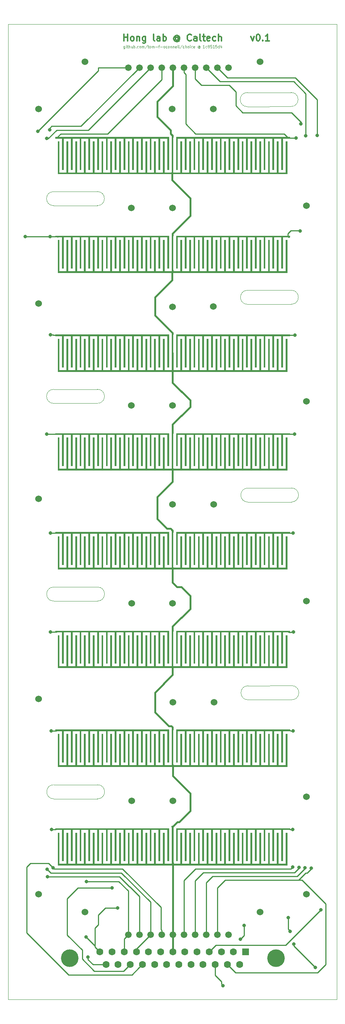
<source format=gtl>
G04 This is an RS-274x file exported by *
G04 gerbv version 2.6.0 *
G04 More information is available about gerbv at *
G04 http://gerbv.gpleda.org/ *
G04 --End of header info--*
%MOIN*%
%FSLAX34Y34*%
%IPPOS*%
G04 --Define apertures--*
%ADD10C,0.0039*%
%ADD11C,0.0118*%
%ADD12C,0.0000*%
%ADD13C,0.0600*%
%ADD14C,0.1575*%
%ADD15C,0.0630*%
%ADD16R,0.0630X0.0630*%
%ADD17C,0.0591*%
%ADD18C,0.0000*%
%ADD19C,0.0315*%
%ADD20C,0.0098*%
%ADD21C,0.0157*%
G04 --Start main section--*
G54D10*
G01X0044927Y-004508D02*
G01X0044927Y-004700D01*
G01X0044927Y-004700D02*
G01X0044916Y-004722D01*
G01X0044916Y-004722D02*
G01X0044905Y-004733D01*
G01X0044905Y-004733D02*
G01X0044882Y-004745D01*
G01X0044882Y-004745D02*
G01X0044849Y-004745D01*
G01X0044849Y-004745D02*
G01X0044826Y-004733D01*
G01X0044927Y-004655D02*
G01X0044905Y-004666D01*
G01X0044905Y-004666D02*
G01X0044860Y-004666D01*
G01X0044860Y-004666D02*
G01X0044837Y-004655D01*
G01X0044837Y-004655D02*
G01X0044826Y-004643D01*
G01X0044826Y-004643D02*
G01X0044815Y-004621D01*
G01X0044815Y-004621D02*
G01X0044815Y-004553D01*
G01X0044815Y-004553D02*
G01X0044826Y-004531D01*
G01X0044826Y-004531D02*
G01X0044837Y-004520D01*
G01X0044837Y-004520D02*
G01X0044860Y-004508D01*
G01X0044860Y-004508D02*
G01X0044905Y-004508D01*
G01X0044905Y-004508D02*
G01X0044927Y-004520D01*
G01X0045040Y-004666D02*
G01X0045040Y-004508D01*
G01X0045040Y-004430D02*
G01X0045029Y-004441D01*
G01X0045029Y-004441D02*
G01X0045040Y-004452D01*
G01X0045040Y-004452D02*
G01X0045051Y-004441D01*
G01X0045051Y-004441D02*
G01X0045040Y-004430D01*
G01X0045040Y-004430D02*
G01X0045040Y-004452D01*
G01X0045119Y-004508D02*
G01X0045209Y-004508D01*
G01X0045152Y-004430D02*
G01X0045152Y-004632D01*
G01X0045152Y-004632D02*
G01X0045164Y-004655D01*
G01X0045164Y-004655D02*
G01X0045186Y-004666D01*
G01X0045186Y-004666D02*
G01X0045209Y-004666D01*
G01X0045287Y-004666D02*
G01X0045287Y-004430D01*
G01X0045389Y-004666D02*
G01X0045389Y-004542D01*
G01X0045389Y-004542D02*
G01X0045377Y-004520D01*
G01X0045377Y-004520D02*
G01X0045355Y-004508D01*
G01X0045355Y-004508D02*
G01X0045321Y-004508D01*
G01X0045321Y-004508D02*
G01X0045299Y-004520D01*
G01X0045299Y-004520D02*
G01X0045287Y-004531D01*
G01X0045602Y-004508D02*
G01X0045602Y-004666D01*
G01X0045501Y-004508D02*
G01X0045501Y-004632D01*
G01X0045501Y-004632D02*
G01X0045512Y-004655D01*
G01X0045512Y-004655D02*
G01X0045535Y-004666D01*
G01X0045535Y-004666D02*
G01X0045569Y-004666D01*
G01X0045569Y-004666D02*
G01X0045591Y-004655D01*
G01X0045591Y-004655D02*
G01X0045602Y-004643D01*
G01X0045715Y-004666D02*
G01X0045715Y-004430D01*
G01X0045715Y-004520D02*
G01X0045737Y-004508D01*
G01X0045737Y-004508D02*
G01X0045782Y-004508D01*
G01X0045782Y-004508D02*
G01X0045805Y-004520D01*
G01X0045805Y-004520D02*
G01X0045816Y-004531D01*
G01X0045816Y-004531D02*
G01X0045827Y-004553D01*
G01X0045827Y-004553D02*
G01X0045827Y-004621D01*
G01X0045827Y-004621D02*
G01X0045816Y-004643D01*
G01X0045816Y-004643D02*
G01X0045805Y-004655D01*
G01X0045805Y-004655D02*
G01X0045782Y-004666D01*
G01X0045782Y-004666D02*
G01X0045737Y-004666D01*
G01X0045737Y-004666D02*
G01X0045715Y-004655D01*
G01X0045929Y-004643D02*
G01X0045940Y-004655D01*
G01X0045940Y-004655D02*
G01X0045929Y-004666D01*
G01X0045929Y-004666D02*
G01X0045917Y-004655D01*
G01X0045917Y-004655D02*
G01X0045929Y-004643D01*
G01X0045929Y-004643D02*
G01X0045929Y-004666D01*
G01X0046142Y-004655D02*
G01X0046120Y-004666D01*
G01X0046120Y-004666D02*
G01X0046075Y-004666D01*
G01X0046075Y-004666D02*
G01X0046052Y-004655D01*
G01X0046052Y-004655D02*
G01X0046041Y-004643D01*
G01X0046041Y-004643D02*
G01X0046030Y-004621D01*
G01X0046030Y-004621D02*
G01X0046030Y-004553D01*
G01X0046030Y-004553D02*
G01X0046041Y-004531D01*
G01X0046041Y-004531D02*
G01X0046052Y-004520D01*
G01X0046052Y-004520D02*
G01X0046075Y-004508D01*
G01X0046075Y-004508D02*
G01X0046120Y-004508D01*
G01X0046120Y-004508D02*
G01X0046142Y-004520D01*
G01X0046277Y-004666D02*
G01X0046255Y-004655D01*
G01X0046255Y-004655D02*
G01X0046244Y-004643D01*
G01X0046244Y-004643D02*
G01X0046232Y-004621D01*
G01X0046232Y-004621D02*
G01X0046232Y-004553D01*
G01X0046232Y-004553D02*
G01X0046244Y-004531D01*
G01X0046244Y-004531D02*
G01X0046255Y-004520D01*
G01X0046255Y-004520D02*
G01X0046277Y-004508D01*
G01X0046277Y-004508D02*
G01X0046311Y-004508D01*
G01X0046311Y-004508D02*
G01X0046334Y-004520D01*
G01X0046334Y-004520D02*
G01X0046345Y-004531D01*
G01X0046345Y-004531D02*
G01X0046356Y-004553D01*
G01X0046356Y-004553D02*
G01X0046356Y-004621D01*
G01X0046356Y-004621D02*
G01X0046345Y-004643D01*
G01X0046345Y-004643D02*
G01X0046334Y-004655D01*
G01X0046334Y-004655D02*
G01X0046311Y-004666D01*
G01X0046311Y-004666D02*
G01X0046277Y-004666D01*
G01X0046457Y-004666D02*
G01X0046457Y-004508D01*
G01X0046457Y-004531D02*
G01X0046469Y-004520D01*
G01X0046469Y-004520D02*
G01X0046491Y-004508D01*
G01X0046491Y-004508D02*
G01X0046525Y-004508D01*
G01X0046525Y-004508D02*
G01X0046547Y-004520D01*
G01X0046547Y-004520D02*
G01X0046558Y-004542D01*
G01X0046558Y-004542D02*
G01X0046558Y-004666D01*
G01X0046558Y-004542D02*
G01X0046570Y-004520D01*
G01X0046570Y-004520D02*
G01X0046592Y-004508D01*
G01X0046592Y-004508D02*
G01X0046626Y-004508D01*
G01X0046626Y-004508D02*
G01X0046648Y-004520D01*
G01X0046648Y-004520D02*
G01X0046660Y-004542D01*
G01X0046660Y-004542D02*
G01X0046660Y-004666D01*
G01X0046941Y-004418D02*
G01X0046738Y-004722D01*
G01X0046986Y-004508D02*
G01X0047076Y-004508D01*
G01X0047020Y-004430D02*
G01X0047020Y-004632D01*
G01X0047020Y-004632D02*
G01X0047031Y-004655D01*
G01X0047031Y-004655D02*
G01X0047053Y-004666D01*
G01X0047053Y-004666D02*
G01X0047076Y-004666D01*
G01X0047188Y-004666D02*
G01X0047166Y-004655D01*
G01X0047166Y-004655D02*
G01X0047155Y-004643D01*
G01X0047155Y-004643D02*
G01X0047143Y-004621D01*
G01X0047143Y-004621D02*
G01X0047143Y-004553D01*
G01X0047143Y-004553D02*
G01X0047155Y-004531D01*
G01X0047155Y-004531D02*
G01X0047166Y-004520D01*
G01X0047166Y-004520D02*
G01X0047188Y-004508D01*
G01X0047188Y-004508D02*
G01X0047222Y-004508D01*
G01X0047222Y-004508D02*
G01X0047245Y-004520D01*
G01X0047245Y-004520D02*
G01X0047256Y-004531D01*
G01X0047256Y-004531D02*
G01X0047267Y-004553D01*
G01X0047267Y-004553D02*
G01X0047267Y-004621D01*
G01X0047267Y-004621D02*
G01X0047256Y-004643D01*
G01X0047256Y-004643D02*
G01X0047245Y-004655D01*
G01X0047245Y-004655D02*
G01X0047222Y-004666D01*
G01X0047222Y-004666D02*
G01X0047188Y-004666D01*
G01X0047368Y-004666D02*
G01X0047368Y-004508D01*
G01X0047368Y-004531D02*
G01X0047380Y-004520D01*
G01X0047380Y-004520D02*
G01X0047402Y-004508D01*
G01X0047402Y-004508D02*
G01X0047436Y-004508D01*
G01X0047436Y-004508D02*
G01X0047458Y-004520D01*
G01X0047458Y-004520D02*
G01X0047470Y-004542D01*
G01X0047470Y-004542D02*
G01X0047470Y-004666D01*
G01X0047470Y-004542D02*
G01X0047481Y-004520D01*
G01X0047481Y-004520D02*
G01X0047503Y-004508D01*
G01X0047503Y-004508D02*
G01X0047537Y-004508D01*
G01X0047537Y-004508D02*
G01X0047560Y-004520D01*
G01X0047560Y-004520D02*
G01X0047571Y-004542D01*
G01X0047571Y-004542D02*
G01X0047571Y-004666D01*
G01X0047683Y-004576D02*
G01X0047863Y-004576D01*
G01X0047942Y-004508D02*
G01X0048032Y-004508D01*
G01X0047976Y-004666D02*
G01X0047976Y-004463D01*
G01X0047976Y-004463D02*
G01X0047987Y-004441D01*
G01X0047987Y-004441D02*
G01X0048010Y-004430D01*
G01X0048010Y-004430D02*
G01X0048032Y-004430D01*
G01X0048111Y-004576D02*
G01X0048291Y-004576D01*
G01X0048437Y-004666D02*
G01X0048415Y-004655D01*
G01X0048415Y-004655D02*
G01X0048403Y-004643D01*
G01X0048403Y-004643D02*
G01X0048392Y-004621D01*
G01X0048392Y-004621D02*
G01X0048392Y-004553D01*
G01X0048392Y-004553D02*
G01X0048403Y-004531D01*
G01X0048403Y-004531D02*
G01X0048415Y-004520D01*
G01X0048415Y-004520D02*
G01X0048437Y-004508D01*
G01X0048437Y-004508D02*
G01X0048471Y-004508D01*
G01X0048471Y-004508D02*
G01X0048493Y-004520D01*
G01X0048493Y-004520D02*
G01X0048504Y-004531D01*
G01X0048504Y-004531D02*
G01X0048516Y-004553D01*
G01X0048516Y-004553D02*
G01X0048516Y-004621D01*
G01X0048516Y-004621D02*
G01X0048504Y-004643D01*
G01X0048504Y-004643D02*
G01X0048493Y-004655D01*
G01X0048493Y-004655D02*
G01X0048471Y-004666D01*
G01X0048471Y-004666D02*
G01X0048437Y-004666D01*
G01X0048718Y-004655D02*
G01X0048696Y-004666D01*
G01X0048696Y-004666D02*
G01X0048651Y-004666D01*
G01X0048651Y-004666D02*
G01X0048628Y-004655D01*
G01X0048628Y-004655D02*
G01X0048617Y-004643D01*
G01X0048617Y-004643D02*
G01X0048606Y-004621D01*
G01X0048606Y-004621D02*
G01X0048606Y-004553D01*
G01X0048606Y-004553D02*
G01X0048617Y-004531D01*
G01X0048617Y-004531D02*
G01X0048628Y-004520D01*
G01X0048628Y-004520D02*
G01X0048651Y-004508D01*
G01X0048651Y-004508D02*
G01X0048696Y-004508D01*
G01X0048696Y-004508D02*
G01X0048718Y-004520D01*
G01X0048853Y-004666D02*
G01X0048831Y-004655D01*
G01X0048831Y-004655D02*
G01X0048819Y-004643D01*
G01X0048819Y-004643D02*
G01X0048808Y-004621D01*
G01X0048808Y-004621D02*
G01X0048808Y-004553D01*
G01X0048808Y-004553D02*
G01X0048819Y-004531D01*
G01X0048819Y-004531D02*
G01X0048831Y-004520D01*
G01X0048831Y-004520D02*
G01X0048853Y-004508D01*
G01X0048853Y-004508D02*
G01X0048887Y-004508D01*
G01X0048887Y-004508D02*
G01X0048909Y-004520D01*
G01X0048909Y-004520D02*
G01X0048921Y-004531D01*
G01X0048921Y-004531D02*
G01X0048932Y-004553D01*
G01X0048932Y-004553D02*
G01X0048932Y-004621D01*
G01X0048932Y-004621D02*
G01X0048921Y-004643D01*
G01X0048921Y-004643D02*
G01X0048909Y-004655D01*
G01X0048909Y-004655D02*
G01X0048887Y-004666D01*
G01X0048887Y-004666D02*
G01X0048853Y-004666D01*
G01X0049033Y-004508D02*
G01X0049033Y-004666D01*
G01X0049033Y-004531D02*
G01X0049044Y-004520D01*
G01X0049044Y-004520D02*
G01X0049067Y-004508D01*
G01X0049067Y-004508D02*
G01X0049101Y-004508D01*
G01X0049101Y-004508D02*
G01X0049123Y-004520D01*
G01X0049123Y-004520D02*
G01X0049134Y-004542D01*
G01X0049134Y-004542D02*
G01X0049134Y-004666D01*
G01X0049247Y-004508D02*
G01X0049247Y-004666D01*
G01X0049247Y-004531D02*
G01X0049258Y-004520D01*
G01X0049258Y-004520D02*
G01X0049281Y-004508D01*
G01X0049281Y-004508D02*
G01X0049314Y-004508D01*
G01X0049314Y-004508D02*
G01X0049337Y-004520D01*
G01X0049337Y-004520D02*
G01X0049348Y-004542D01*
G01X0049348Y-004542D02*
G01X0049348Y-004666D01*
G01X0049551Y-004655D02*
G01X0049528Y-004666D01*
G01X0049528Y-004666D02*
G01X0049483Y-004666D01*
G01X0049483Y-004666D02*
G01X0049461Y-004655D01*
G01X0049461Y-004655D02*
G01X0049449Y-004632D01*
G01X0049449Y-004632D02*
G01X0049449Y-004542D01*
G01X0049449Y-004542D02*
G01X0049461Y-004520D01*
G01X0049461Y-004520D02*
G01X0049483Y-004508D01*
G01X0049483Y-004508D02*
G01X0049528Y-004508D01*
G01X0049528Y-004508D02*
G01X0049551Y-004520D01*
G01X0049551Y-004520D02*
G01X0049562Y-004542D01*
G01X0049562Y-004542D02*
G01X0049562Y-004565D01*
G01X0049562Y-004565D02*
G01X0049449Y-004587D01*
G01X0049697Y-004666D02*
G01X0049674Y-004655D01*
G01X0049674Y-004655D02*
G01X0049663Y-004632D01*
G01X0049663Y-004632D02*
G01X0049663Y-004430D01*
G01X0049821Y-004666D02*
G01X0049798Y-004655D01*
G01X0049798Y-004655D02*
G01X0049787Y-004632D01*
G01X0049787Y-004632D02*
G01X0049787Y-004430D01*
G01X0050079Y-004418D02*
G01X0049877Y-004722D01*
G01X0050259Y-004655D02*
G01X0050237Y-004666D01*
G01X0050237Y-004666D02*
G01X0050192Y-004666D01*
G01X0050192Y-004666D02*
G01X0050169Y-004655D01*
G01X0050169Y-004655D02*
G01X0050158Y-004643D01*
G01X0050158Y-004643D02*
G01X0050147Y-004621D01*
G01X0050147Y-004621D02*
G01X0050147Y-004553D01*
G01X0050147Y-004553D02*
G01X0050158Y-004531D01*
G01X0050158Y-004531D02*
G01X0050169Y-004520D01*
G01X0050169Y-004520D02*
G01X0050192Y-004508D01*
G01X0050192Y-004508D02*
G01X0050237Y-004508D01*
G01X0050237Y-004508D02*
G01X0050259Y-004520D01*
G01X0050361Y-004666D02*
G01X0050361Y-004430D01*
G01X0050462Y-004666D02*
G01X0050462Y-004542D01*
G01X0050462Y-004542D02*
G01X0050451Y-004520D01*
G01X0050451Y-004520D02*
G01X0050428Y-004508D01*
G01X0050428Y-004508D02*
G01X0050394Y-004508D01*
G01X0050394Y-004508D02*
G01X0050372Y-004520D01*
G01X0050372Y-004520D02*
G01X0050361Y-004531D01*
G01X0050608Y-004666D02*
G01X0050585Y-004655D01*
G01X0050585Y-004655D02*
G01X0050574Y-004643D01*
G01X0050574Y-004643D02*
G01X0050563Y-004621D01*
G01X0050563Y-004621D02*
G01X0050563Y-004553D01*
G01X0050563Y-004553D02*
G01X0050574Y-004531D01*
G01X0050574Y-004531D02*
G01X0050585Y-004520D01*
G01X0050585Y-004520D02*
G01X0050608Y-004508D01*
G01X0050608Y-004508D02*
G01X0050642Y-004508D01*
G01X0050642Y-004508D02*
G01X0050664Y-004520D01*
G01X0050664Y-004520D02*
G01X0050675Y-004531D01*
G01X0050675Y-004531D02*
G01X0050687Y-004553D01*
G01X0050687Y-004553D02*
G01X0050687Y-004621D01*
G01X0050687Y-004621D02*
G01X0050675Y-004643D01*
G01X0050675Y-004643D02*
G01X0050664Y-004655D01*
G01X0050664Y-004655D02*
G01X0050642Y-004666D01*
G01X0050642Y-004666D02*
G01X0050608Y-004666D01*
G01X0050788Y-004666D02*
G01X0050788Y-004508D01*
G01X0050788Y-004430D02*
G01X0050777Y-004441D01*
G01X0050777Y-004441D02*
G01X0050788Y-004452D01*
G01X0050788Y-004452D02*
G01X0050799Y-004441D01*
G01X0050799Y-004441D02*
G01X0050788Y-004430D01*
G01X0050788Y-004430D02*
G01X0050788Y-004452D01*
G01X0051002Y-004655D02*
G01X0050979Y-004666D01*
G01X0050979Y-004666D02*
G01X0050934Y-004666D01*
G01X0050934Y-004666D02*
G01X0050912Y-004655D01*
G01X0050912Y-004655D02*
G01X0050900Y-004643D01*
G01X0050900Y-004643D02*
G01X0050889Y-004621D01*
G01X0050889Y-004621D02*
G01X0050889Y-004553D01*
G01X0050889Y-004553D02*
G01X0050900Y-004531D01*
G01X0050900Y-004531D02*
G01X0050912Y-004520D01*
G01X0050912Y-004520D02*
G01X0050934Y-004508D01*
G01X0050934Y-004508D02*
G01X0050979Y-004508D01*
G01X0050979Y-004508D02*
G01X0051002Y-004520D01*
G01X0051193Y-004655D02*
G01X0051170Y-004666D01*
G01X0051170Y-004666D02*
G01X0051125Y-004666D01*
G01X0051125Y-004666D02*
G01X0051103Y-004655D01*
G01X0051103Y-004655D02*
G01X0051092Y-004632D01*
G01X0051092Y-004632D02*
G01X0051092Y-004542D01*
G01X0051092Y-004542D02*
G01X0051103Y-004520D01*
G01X0051103Y-004520D02*
G01X0051125Y-004508D01*
G01X0051125Y-004508D02*
G01X0051170Y-004508D01*
G01X0051170Y-004508D02*
G01X0051193Y-004520D01*
G01X0051193Y-004520D02*
G01X0051204Y-004542D01*
G01X0051204Y-004542D02*
G01X0051204Y-004565D01*
G01X0051204Y-004565D02*
G01X0051092Y-004587D01*
G01X0051632Y-004553D02*
G01X0051620Y-004542D01*
G01X0051620Y-004542D02*
G01X0051598Y-004531D01*
G01X0051598Y-004531D02*
G01X0051575Y-004531D01*
G01X0051575Y-004531D02*
G01X0051553Y-004542D01*
G01X0051553Y-004542D02*
G01X0051542Y-004553D01*
G01X0051542Y-004553D02*
G01X0051530Y-004576D01*
G01X0051530Y-004576D02*
G01X0051530Y-004598D01*
G01X0051530Y-004598D02*
G01X0051542Y-004621D01*
G01X0051542Y-004621D02*
G01X0051553Y-004632D01*
G01X0051553Y-004632D02*
G01X0051575Y-004643D01*
G01X0051575Y-004643D02*
G01X0051598Y-004643D01*
G01X0051598Y-004643D02*
G01X0051620Y-004632D01*
G01X0051620Y-004632D02*
G01X0051632Y-004621D01*
G01X0051632Y-004531D02*
G01X0051632Y-004621D01*
G01X0051632Y-004621D02*
G01X0051643Y-004632D01*
G01X0051643Y-004632D02*
G01X0051654Y-004632D01*
G01X0051654Y-004632D02*
G01X0051677Y-004621D01*
G01X0051677Y-004621D02*
G01X0051688Y-004598D01*
G01X0051688Y-004598D02*
G01X0051688Y-004542D01*
G01X0051688Y-004542D02*
G01X0051665Y-004508D01*
G01X0051665Y-004508D02*
G01X0051632Y-004486D01*
G01X0051632Y-004486D02*
G01X0051587Y-004475D01*
G01X0051587Y-004475D02*
G01X0051542Y-004486D01*
G01X0051542Y-004486D02*
G01X0051508Y-004508D01*
G01X0051508Y-004508D02*
G01X0051485Y-004542D01*
G01X0051485Y-004542D02*
G01X0051474Y-004587D01*
G01X0051474Y-004587D02*
G01X0051485Y-004632D01*
G01X0051485Y-004632D02*
G01X0051508Y-004666D01*
G01X0051508Y-004666D02*
G01X0051542Y-004688D01*
G01X0051542Y-004688D02*
G01X0051587Y-004700D01*
G01X0051587Y-004700D02*
G01X0051632Y-004688D01*
G01X0051632Y-004688D02*
G01X0051665Y-004666D01*
G01X0052093Y-004666D02*
G01X0051958Y-004666D01*
G01X0052025Y-004666D02*
G01X0052025Y-004430D01*
G01X0052025Y-004430D02*
G01X0052003Y-004463D01*
G01X0052003Y-004463D02*
G01X0051980Y-004486D01*
G01X0051980Y-004486D02*
G01X0051958Y-004497D01*
G01X0052295Y-004655D02*
G01X0052273Y-004666D01*
G01X0052273Y-004666D02*
G01X0052228Y-004666D01*
G01X0052228Y-004666D02*
G01X0052205Y-004655D01*
G01X0052205Y-004655D02*
G01X0052194Y-004643D01*
G01X0052194Y-004643D02*
G01X0052183Y-004621D01*
G01X0052183Y-004621D02*
G01X0052183Y-004553D01*
G01X0052183Y-004553D02*
G01X0052194Y-004531D01*
G01X0052194Y-004531D02*
G01X0052205Y-004520D01*
G01X0052205Y-004520D02*
G01X0052228Y-004508D01*
G01X0052228Y-004508D02*
G01X0052273Y-004508D01*
G01X0052273Y-004508D02*
G01X0052295Y-004520D01*
G01X0052430Y-004531D02*
G01X0052408Y-004520D01*
G01X0052408Y-004520D02*
G01X0052397Y-004508D01*
G01X0052397Y-004508D02*
G01X0052385Y-004486D01*
G01X0052385Y-004486D02*
G01X0052385Y-004475D01*
G01X0052385Y-004475D02*
G01X0052397Y-004452D01*
G01X0052397Y-004452D02*
G01X0052408Y-004441D01*
G01X0052408Y-004441D02*
G01X0052430Y-004430D01*
G01X0052430Y-004430D02*
G01X0052475Y-004430D01*
G01X0052475Y-004430D02*
G01X0052498Y-004441D01*
G01X0052498Y-004441D02*
G01X0052509Y-004452D01*
G01X0052509Y-004452D02*
G01X0052520Y-004475D01*
G01X0052520Y-004475D02*
G01X0052520Y-004486D01*
G01X0052520Y-004486D02*
G01X0052509Y-004508D01*
G01X0052509Y-004508D02*
G01X0052498Y-004520D01*
G01X0052498Y-004520D02*
G01X0052475Y-004531D01*
G01X0052475Y-004531D02*
G01X0052430Y-004531D01*
G01X0052430Y-004531D02*
G01X0052408Y-004542D01*
G01X0052408Y-004542D02*
G01X0052397Y-004553D01*
G01X0052397Y-004553D02*
G01X0052385Y-004576D01*
G01X0052385Y-004576D02*
G01X0052385Y-004621D01*
G01X0052385Y-004621D02*
G01X0052397Y-004643D01*
G01X0052397Y-004643D02*
G01X0052408Y-004655D01*
G01X0052408Y-004655D02*
G01X0052430Y-004666D01*
G01X0052430Y-004666D02*
G01X0052475Y-004666D01*
G01X0052475Y-004666D02*
G01X0052498Y-004655D01*
G01X0052498Y-004655D02*
G01X0052509Y-004643D01*
G01X0052509Y-004643D02*
G01X0052520Y-004621D01*
G01X0052520Y-004621D02*
G01X0052520Y-004576D01*
G01X0052520Y-004576D02*
G01X0052509Y-004553D01*
G01X0052509Y-004553D02*
G01X0052498Y-004542D01*
G01X0052498Y-004542D02*
G01X0052475Y-004531D01*
G01X0052734Y-004430D02*
G01X0052621Y-004430D01*
G01X0052621Y-004430D02*
G01X0052610Y-004542D01*
G01X0052610Y-004542D02*
G01X0052621Y-004531D01*
G01X0052621Y-004531D02*
G01X0052644Y-004520D01*
G01X0052644Y-004520D02*
G01X0052700Y-004520D01*
G01X0052700Y-004520D02*
G01X0052723Y-004531D01*
G01X0052723Y-004531D02*
G01X0052734Y-004542D01*
G01X0052734Y-004542D02*
G01X0052745Y-004565D01*
G01X0052745Y-004565D02*
G01X0052745Y-004621D01*
G01X0052745Y-004621D02*
G01X0052734Y-004643D01*
G01X0052734Y-004643D02*
G01X0052723Y-004655D01*
G01X0052723Y-004655D02*
G01X0052700Y-004666D01*
G01X0052700Y-004666D02*
G01X0052644Y-004666D01*
G01X0052644Y-004666D02*
G01X0052621Y-004655D01*
G01X0052621Y-004655D02*
G01X0052610Y-004643D01*
G01X0052970Y-004666D02*
G01X0052835Y-004666D01*
G01X0052903Y-004666D02*
G01X0052903Y-004430D01*
G01X0052903Y-004430D02*
G01X0052880Y-004463D01*
G01X0052880Y-004463D02*
G01X0052858Y-004486D01*
G01X0052858Y-004486D02*
G01X0052835Y-004497D01*
G01X0053184Y-004430D02*
G01X0053071Y-004430D01*
G01X0053071Y-004430D02*
G01X0053060Y-004542D01*
G01X0053060Y-004542D02*
G01X0053071Y-004531D01*
G01X0053071Y-004531D02*
G01X0053094Y-004520D01*
G01X0053094Y-004520D02*
G01X0053150Y-004520D01*
G01X0053150Y-004520D02*
G01X0053173Y-004531D01*
G01X0053173Y-004531D02*
G01X0053184Y-004542D01*
G01X0053184Y-004542D02*
G01X0053195Y-004565D01*
G01X0053195Y-004565D02*
G01X0053195Y-004621D01*
G01X0053195Y-004621D02*
G01X0053184Y-004643D01*
G01X0053184Y-004643D02*
G01X0053173Y-004655D01*
G01X0053173Y-004655D02*
G01X0053150Y-004666D01*
G01X0053150Y-004666D02*
G01X0053094Y-004666D01*
G01X0053094Y-004666D02*
G01X0053071Y-004655D01*
G01X0053071Y-004655D02*
G01X0053060Y-004643D01*
G01X0053398Y-004666D02*
G01X0053398Y-004430D01*
G01X0053398Y-004655D02*
G01X0053375Y-004666D01*
G01X0053375Y-004666D02*
G01X0053330Y-004666D01*
G01X0053330Y-004666D02*
G01X0053308Y-004655D01*
G01X0053308Y-004655D02*
G01X0053296Y-004643D01*
G01X0053296Y-004643D02*
G01X0053285Y-004621D01*
G01X0053285Y-004621D02*
G01X0053285Y-004553D01*
G01X0053285Y-004553D02*
G01X0053296Y-004531D01*
G01X0053296Y-004531D02*
G01X0053308Y-004520D01*
G01X0053308Y-004520D02*
G01X0053330Y-004508D01*
G01X0053330Y-004508D02*
G01X0053375Y-004508D01*
G01X0053375Y-004508D02*
G01X0053398Y-004520D01*
G01X0053611Y-004508D02*
G01X0053611Y-004666D01*
G01X0053555Y-004418D02*
G01X0053499Y-004587D01*
G01X0053499Y-004587D02*
G01X0053645Y-004587D01*
G54D11*
G01X0056255Y-003645D02*
G01X0056395Y-004039D01*
G01X0056395Y-004039D02*
G01X0056536Y-003645D01*
G01X0056873Y-003448D02*
G01X0056930Y-003448D01*
G01X0056930Y-003448D02*
G01X0056986Y-003476D01*
G01X0056986Y-003476D02*
G01X0057014Y-003504D01*
G01X0057014Y-003504D02*
G01X0057042Y-003561D01*
G01X0057042Y-003561D02*
G01X0057070Y-003673D01*
G01X0057070Y-003673D02*
G01X0057070Y-003814D01*
G01X0057070Y-003814D02*
G01X0057042Y-003926D01*
G01X0057042Y-003926D02*
G01X0057014Y-003983D01*
G01X0057014Y-003983D02*
G01X0056986Y-004011D01*
G01X0056986Y-004011D02*
G01X0056930Y-004039D01*
G01X0056930Y-004039D02*
G01X0056873Y-004039D01*
G01X0056873Y-004039D02*
G01X0056817Y-004011D01*
G01X0056817Y-004011D02*
G01X0056789Y-003983D01*
G01X0056789Y-003983D02*
G01X0056761Y-003926D01*
G01X0056761Y-003926D02*
G01X0056733Y-003814D01*
G01X0056733Y-003814D02*
G01X0056733Y-003673D01*
G01X0056733Y-003673D02*
G01X0056761Y-003561D01*
G01X0056761Y-003561D02*
G01X0056789Y-003504D01*
G01X0056789Y-003504D02*
G01X0056817Y-003476D01*
G01X0056817Y-003476D02*
G01X0056873Y-003448D01*
G01X0057323Y-003983D02*
G01X0057352Y-004011D01*
G01X0057352Y-004011D02*
G01X0057323Y-004039D01*
G01X0057323Y-004039D02*
G01X0057295Y-004011D01*
G01X0057295Y-004011D02*
G01X0057323Y-003983D01*
G01X0057323Y-003983D02*
G01X0057323Y-004039D01*
G01X0057914Y-004039D02*
G01X0057576Y-004039D01*
G01X0057745Y-004039D02*
G01X0057745Y-003448D01*
G01X0057745Y-003448D02*
G01X0057689Y-003533D01*
G01X0057689Y-003533D02*
G01X0057633Y-003589D01*
G01X0057633Y-003589D02*
G01X0057576Y-003617D01*
G01X0044852Y-004039D02*
G01X0044852Y-003448D01*
G01X0044852Y-003729D02*
G01X0045189Y-003729D01*
G01X0045189Y-004039D02*
G01X0045189Y-003448D01*
G01X0045555Y-004039D02*
G01X0045498Y-004011D01*
G01X0045498Y-004011D02*
G01X0045470Y-003983D01*
G01X0045470Y-003983D02*
G01X0045442Y-003926D01*
G01X0045442Y-003926D02*
G01X0045442Y-003758D01*
G01X0045442Y-003758D02*
G01X0045470Y-003701D01*
G01X0045470Y-003701D02*
G01X0045498Y-003673D01*
G01X0045498Y-003673D02*
G01X0045555Y-003645D01*
G01X0045555Y-003645D02*
G01X0045639Y-003645D01*
G01X0045639Y-003645D02*
G01X0045695Y-003673D01*
G01X0045695Y-003673D02*
G01X0045723Y-003701D01*
G01X0045723Y-003701D02*
G01X0045751Y-003758D01*
G01X0045751Y-003758D02*
G01X0045751Y-003926D01*
G01X0045751Y-003926D02*
G01X0045723Y-003983D01*
G01X0045723Y-003983D02*
G01X0045695Y-004011D01*
G01X0045695Y-004011D02*
G01X0045639Y-004039D01*
G01X0045639Y-004039D02*
G01X0045555Y-004039D01*
G01X0046004Y-003645D02*
G01X0046004Y-004039D01*
G01X0046004Y-003701D02*
G01X0046033Y-003673D01*
G01X0046033Y-003673D02*
G01X0046089Y-003645D01*
G01X0046089Y-003645D02*
G01X0046173Y-003645D01*
G01X0046173Y-003645D02*
G01X0046229Y-003673D01*
G01X0046229Y-003673D02*
G01X0046258Y-003729D01*
G01X0046258Y-003729D02*
G01X0046258Y-004039D01*
G01X0046792Y-003645D02*
G01X0046792Y-004123D01*
G01X0046792Y-004123D02*
G01X0046764Y-004179D01*
G01X0046764Y-004179D02*
G01X0046736Y-004208D01*
G01X0046736Y-004208D02*
G01X0046679Y-004236D01*
G01X0046679Y-004236D02*
G01X0046595Y-004236D01*
G01X0046595Y-004236D02*
G01X0046539Y-004208D01*
G01X0046792Y-004011D02*
G01X0046736Y-004039D01*
G01X0046736Y-004039D02*
G01X0046623Y-004039D01*
G01X0046623Y-004039D02*
G01X0046567Y-004011D01*
G01X0046567Y-004011D02*
G01X0046539Y-003983D01*
G01X0046539Y-003983D02*
G01X0046511Y-003926D01*
G01X0046511Y-003926D02*
G01X0046511Y-003758D01*
G01X0046511Y-003758D02*
G01X0046539Y-003701D01*
G01X0046539Y-003701D02*
G01X0046567Y-003673D01*
G01X0046567Y-003673D02*
G01X0046623Y-003645D01*
G01X0046623Y-003645D02*
G01X0046736Y-003645D01*
G01X0046736Y-003645D02*
G01X0046792Y-003673D01*
G01X0047607Y-004039D02*
G01X0047551Y-004011D01*
G01X0047551Y-004011D02*
G01X0047523Y-003954D01*
G01X0047523Y-003954D02*
G01X0047523Y-003448D01*
G01X0048085Y-004039D02*
G01X0048085Y-003729D01*
G01X0048085Y-003729D02*
G01X0048057Y-003673D01*
G01X0048057Y-003673D02*
G01X0048001Y-003645D01*
G01X0048001Y-003645D02*
G01X0047889Y-003645D01*
G01X0047889Y-003645D02*
G01X0047832Y-003673D01*
G01X0048085Y-004011D02*
G01X0048029Y-004039D01*
G01X0048029Y-004039D02*
G01X0047889Y-004039D01*
G01X0047889Y-004039D02*
G01X0047832Y-004011D01*
G01X0047832Y-004011D02*
G01X0047804Y-003954D01*
G01X0047804Y-003954D02*
G01X0047804Y-003898D01*
G01X0047804Y-003898D02*
G01X0047832Y-003842D01*
G01X0047832Y-003842D02*
G01X0047889Y-003814D01*
G01X0047889Y-003814D02*
G01X0048029Y-003814D01*
G01X0048029Y-003814D02*
G01X0048085Y-003786D01*
G01X0048367Y-004039D02*
G01X0048367Y-003448D01*
G01X0048367Y-003673D02*
G01X0048423Y-003645D01*
G01X0048423Y-003645D02*
G01X0048535Y-003645D01*
G01X0048535Y-003645D02*
G01X0048592Y-003673D01*
G01X0048592Y-003673D02*
G01X0048620Y-003701D01*
G01X0048620Y-003701D02*
G01X0048648Y-003758D01*
G01X0048648Y-003758D02*
G01X0048648Y-003926D01*
G01X0048648Y-003926D02*
G01X0048620Y-003983D01*
G01X0048620Y-003983D02*
G01X0048592Y-004011D01*
G01X0048592Y-004011D02*
G01X0048535Y-004039D01*
G01X0048535Y-004039D02*
G01X0048423Y-004039D01*
G01X0048423Y-004039D02*
G01X0048367Y-004011D01*
G01X0049717Y-003758D02*
G01X0049688Y-003729D01*
G01X0049688Y-003729D02*
G01X0049632Y-003701D01*
G01X0049632Y-003701D02*
G01X0049576Y-003701D01*
G01X0049576Y-003701D02*
G01X0049520Y-003729D01*
G01X0049520Y-003729D02*
G01X0049492Y-003758D01*
G01X0049492Y-003758D02*
G01X0049463Y-003814D01*
G01X0049463Y-003814D02*
G01X0049463Y-003870D01*
G01X0049463Y-003870D02*
G01X0049492Y-003926D01*
G01X0049492Y-003926D02*
G01X0049520Y-003954D01*
G01X0049520Y-003954D02*
G01X0049576Y-003983D01*
G01X0049576Y-003983D02*
G01X0049632Y-003983D01*
G01X0049632Y-003983D02*
G01X0049688Y-003954D01*
G01X0049688Y-003954D02*
G01X0049717Y-003926D01*
G01X0049717Y-003701D02*
G01X0049717Y-003926D01*
G01X0049717Y-003926D02*
G01X0049745Y-003954D01*
G01X0049745Y-003954D02*
G01X0049773Y-003954D01*
G01X0049773Y-003954D02*
G01X0049829Y-003926D01*
G01X0049829Y-003926D02*
G01X0049857Y-003870D01*
G01X0049857Y-003870D02*
G01X0049857Y-003729D01*
G01X0049857Y-003729D02*
G01X0049801Y-003645D01*
G01X0049801Y-003645D02*
G01X0049717Y-003589D01*
G01X0049717Y-003589D02*
G01X0049604Y-003561D01*
G01X0049604Y-003561D02*
G01X0049492Y-003589D01*
G01X0049492Y-003589D02*
G01X0049407Y-003645D01*
G01X0049407Y-003645D02*
G01X0049351Y-003729D01*
G01X0049351Y-003729D02*
G01X0049323Y-003842D01*
G01X0049323Y-003842D02*
G01X0049351Y-003954D01*
G01X0049351Y-003954D02*
G01X0049407Y-004039D01*
G01X0049407Y-004039D02*
G01X0049492Y-004095D01*
G01X0049492Y-004095D02*
G01X0049604Y-004123D01*
G01X0049604Y-004123D02*
G01X0049717Y-004095D01*
G01X0049717Y-004095D02*
G01X0049801Y-004039D01*
G01X0050898Y-003983D02*
G01X0050870Y-004011D01*
G01X0050870Y-004011D02*
G01X0050785Y-004039D01*
G01X0050785Y-004039D02*
G01X0050729Y-004039D01*
G01X0050729Y-004039D02*
G01X0050645Y-004011D01*
G01X0050645Y-004011D02*
G01X0050588Y-003954D01*
G01X0050588Y-003954D02*
G01X0050560Y-003898D01*
G01X0050560Y-003898D02*
G01X0050532Y-003786D01*
G01X0050532Y-003786D02*
G01X0050532Y-003701D01*
G01X0050532Y-003701D02*
G01X0050560Y-003589D01*
G01X0050560Y-003589D02*
G01X0050588Y-003533D01*
G01X0050588Y-003533D02*
G01X0050645Y-003476D01*
G01X0050645Y-003476D02*
G01X0050729Y-003448D01*
G01X0050729Y-003448D02*
G01X0050785Y-003448D01*
G01X0050785Y-003448D02*
G01X0050870Y-003476D01*
G01X0050870Y-003476D02*
G01X0050898Y-003504D01*
G01X0051404Y-004039D02*
G01X0051404Y-003729D01*
G01X0051404Y-003729D02*
G01X0051376Y-003673D01*
G01X0051376Y-003673D02*
G01X0051319Y-003645D01*
G01X0051319Y-003645D02*
G01X0051207Y-003645D01*
G01X0051207Y-003645D02*
G01X0051151Y-003673D01*
G01X0051404Y-004011D02*
G01X0051348Y-004039D01*
G01X0051348Y-004039D02*
G01X0051207Y-004039D01*
G01X0051207Y-004039D02*
G01X0051151Y-004011D01*
G01X0051151Y-004011D02*
G01X0051123Y-003954D01*
G01X0051123Y-003954D02*
G01X0051123Y-003898D01*
G01X0051123Y-003898D02*
G01X0051151Y-003842D01*
G01X0051151Y-003842D02*
G01X0051207Y-003814D01*
G01X0051207Y-003814D02*
G01X0051348Y-003814D01*
G01X0051348Y-003814D02*
G01X0051404Y-003786D01*
G01X0051769Y-004039D02*
G01X0051713Y-004011D01*
G01X0051713Y-004011D02*
G01X0051685Y-003954D01*
G01X0051685Y-003954D02*
G01X0051685Y-003448D01*
G01X0051910Y-003645D02*
G01X0052135Y-003645D01*
G01X0051994Y-003448D02*
G01X0051994Y-003954D01*
G01X0051994Y-003954D02*
G01X0052022Y-004011D01*
G01X0052022Y-004011D02*
G01X0052079Y-004039D01*
G01X0052079Y-004039D02*
G01X0052135Y-004039D01*
G01X0052557Y-004011D02*
G01X0052501Y-004039D01*
G01X0052501Y-004039D02*
G01X0052388Y-004039D01*
G01X0052388Y-004039D02*
G01X0052332Y-004011D01*
G01X0052332Y-004011D02*
G01X0052304Y-003954D01*
G01X0052304Y-003954D02*
G01X0052304Y-003729D01*
G01X0052304Y-003729D02*
G01X0052332Y-003673D01*
G01X0052332Y-003673D02*
G01X0052388Y-003645D01*
G01X0052388Y-003645D02*
G01X0052501Y-003645D01*
G01X0052501Y-003645D02*
G01X0052557Y-003673D01*
G01X0052557Y-003673D02*
G01X0052585Y-003729D01*
G01X0052585Y-003729D02*
G01X0052585Y-003786D01*
G01X0052585Y-003786D02*
G01X0052304Y-003842D01*
G01X0053091Y-004011D02*
G01X0053035Y-004039D01*
G01X0053035Y-004039D02*
G01X0052922Y-004039D01*
G01X0052922Y-004039D02*
G01X0052866Y-004011D01*
G01X0052866Y-004011D02*
G01X0052838Y-003983D01*
G01X0052838Y-003983D02*
G01X0052810Y-003926D01*
G01X0052810Y-003926D02*
G01X0052810Y-003758D01*
G01X0052810Y-003758D02*
G01X0052838Y-003701D01*
G01X0052838Y-003701D02*
G01X0052866Y-003673D01*
G01X0052866Y-003673D02*
G01X0052922Y-003645D01*
G01X0052922Y-003645D02*
G01X0053035Y-003645D01*
G01X0053035Y-003645D02*
G01X0053091Y-003673D01*
G01X0053344Y-004039D02*
G01X0053344Y-003448D01*
G01X0053597Y-004039D02*
G01X0053597Y-003729D01*
G01X0053597Y-003729D02*
G01X0053569Y-003673D01*
G01X0053569Y-003673D02*
G01X0053513Y-003645D01*
G01X0053513Y-003645D02*
G01X0053429Y-003645D01*
G01X0053429Y-003645D02*
G01X0053372Y-003673D01*
G01X0053372Y-003673D02*
G01X0053344Y-003701D01*
G54D12*
G01X0055951Y-027656D02*
G75*
G02X0055948Y-026396I-000001J0000630D01*
G01X0059885Y-026388D02*
G75*
G02X0059888Y-027648I0000001J-000630D01*
G01X0055928Y-009935D02*
G01X0059865Y-009927D01*
G01X0055926Y-008675D02*
G01X0059863Y-008667D01*
G01X0055928Y-009935D02*
G75*
G02X0055926Y-008675I-000001J0000630D01*
G01X0034449Y-089963D02*
G01X0034449Y-002562D01*
G01X0063976Y-089963D02*
G01X0034449Y-089963D01*
G01X0063976Y-002562D02*
G01X0063976Y-089963D01*
G01X0034449Y-002562D02*
G01X0063976Y-002562D01*
G01X0042477Y-071965D02*
G01X0038540Y-071966D01*
G01X0042476Y-070705D02*
G01X0038539Y-070707D01*
G01X0042476Y-070705D02*
G75*
G02X0042477Y-071965I0000000J-000630D01*
G01X0055973Y-045376D02*
G75*
G02X0055971Y-044116I-000001J0000630D01*
G01X0059908Y-044108D02*
G75*
G02X0059910Y-045368I0000001J-000630D01*
G01X0055951Y-027656D02*
G01X0059888Y-027648D01*
G01X0055948Y-026396D02*
G01X0059885Y-026388D01*
G01X0042460Y-017548D02*
G01X0038523Y-017550D01*
G01X0042460Y-017548D02*
G75*
G02X0042461Y-018808I0000000J-000630D01*
G01X0038524Y-018810D02*
G75*
G02X0038523Y-017550I0000000J0000630D01*
G01X0055996Y-063097D02*
G01X0059933Y-063089D01*
G01X0055993Y-061837D02*
G01X0059930Y-061829D01*
G01X0059863Y-008667D02*
G75*
G02X0059865Y-009927I0000001J-000630D01*
G01X0055996Y-063097D02*
G75*
G02X0055993Y-061837I-000001J0000630D01*
G01X0059930Y-061829D02*
G75*
G02X0059933Y-063089I0000001J-000630D01*
G01X0055973Y-045376D02*
G01X0059910Y-045368D01*
G01X0055971Y-044116D02*
G01X0059908Y-044108D01*
G01X0042466Y-036527D02*
G01X0038529Y-036529D01*
G01X0042465Y-035267D02*
G01X0038528Y-035269D01*
G01X0042465Y-035267D02*
G75*
G02X0042466Y-036527I0000000J-000630D01*
G01X0038529Y-036529D02*
G75*
G02X0038528Y-035269I0000000J0000630D01*
G01X0042461Y-018808D02*
G01X0038524Y-018810D01*
G01X0038540Y-071966D02*
G75*
G02X0038539Y-070707I0000000J0000630D01*
G01X0042472Y-054246D02*
G01X0038535Y-054248D01*
G01X0042471Y-052986D02*
G01X0038534Y-052988D01*
G01X0042471Y-052986D02*
G75*
G02X0042472Y-054246I0000000J-000630D01*
G01X0038535Y-054248D02*
G75*
G02X0038534Y-052988I0000000J0000630D01*
G54D13*
G01X0049223Y-054441D03*
G01X0049217Y-036722D03*
G01X0049223Y-045588D03*
G01X0049245Y-063309D03*
G01X0049212Y-019003D03*
G01X0049200Y-027868D03*
G01X0049228Y-072160D03*
G01X0049178Y-010147D03*
G01X0037165Y-045096D03*
G01X0037165Y-063009D03*
G01X0037165Y-080529D03*
G01X0061260Y-018816D03*
G01X0061260Y-036336D03*
G01X0061260Y-054249D03*
G01X0061260Y-071769D03*
G01X0061260Y-080529D03*
G01X0037165Y-010154D03*
G01X0037165Y-027576D03*
G01X0041339Y-082103D03*
G01X0057087Y-082103D03*
G01X0041339Y-005908D03*
G01X0057087Y-005908D03*
G01X0045532Y-054443D03*
G01X0045526Y-036724D03*
G01X0052936Y-063301D03*
G01X0045521Y-019005D03*
G01X0052891Y-027860D03*
G01X0052914Y-045581D03*
G01X0045537Y-072161D03*
G01X0052869Y-010140D03*
G54D14*
G01X0039961Y-086249D03*
G01X0058504Y-086249D03*
G54D15*
G01X0043234Y-086808D03*
G01X0044325Y-086808D03*
G01X0045415Y-086808D03*
G01X0046506Y-086808D03*
G01X0047596Y-086808D03*
G01X0048687Y-086808D03*
G01X0049778Y-086808D03*
G01X0050868Y-086808D03*
G01X0051959Y-086808D03*
G01X0053049Y-086808D03*
G01X0054140Y-086808D03*
G01X0055230Y-086808D03*
G01X0042689Y-085690D03*
G01X0043780Y-085690D03*
G01X0044870Y-085690D03*
G01X0045961Y-085690D03*
G01X0047051Y-085690D03*
G01X0048142Y-085690D03*
G01X0049232Y-085690D03*
G01X0050323Y-085690D03*
G01X0051413Y-085690D03*
G01X0052504Y-085690D03*
G01X0053594Y-085690D03*
G01X0054685Y-085690D03*
G54D16*
G01X0055776Y-085690D03*
G54D17*
G01X0045232Y-006451D03*
G01X0046232Y-006451D03*
G01X0047232Y-006451D03*
G01X0048232Y-006451D03*
G01X0049232Y-006451D03*
G01X0050232Y-006451D03*
G01X0051232Y-006451D03*
G01X0052232Y-006451D03*
G01X0053232Y-006451D03*
G01X0054232Y-006451D03*
G01X0054232Y-084154D03*
G01X0053232Y-084154D03*
G01X0052232Y-084154D03*
G01X0051232Y-084154D03*
G01X0050232Y-084154D03*
G01X0049232Y-084154D03*
G01X0048232Y-084154D03*
G01X0047232Y-084154D03*
G01X0046232Y-084154D03*
G01X0045232Y-084154D03*
G54D18*
G01X0038858Y-074685D03*
G54D10*
G36*
G01X0048898Y-077559D02*
G01X0048740Y-077559D01*
G01X0048740Y-074764D01*
G01X0048110Y-074764D01*
G01X0048110Y-077559D01*
G01X0047953Y-077559D01*
G01X0047953Y-074764D01*
G01X0047323Y-074764D01*
G01X0047323Y-077559D01*
G01X0047165Y-077559D01*
G01X0047165Y-074764D01*
G01X0046535Y-074764D01*
G01X0046535Y-077559D01*
G01X0046378Y-077559D01*
G01X0046378Y-074764D01*
G01X0045748Y-074764D01*
G01X0045748Y-077559D01*
G01X0045591Y-077559D01*
G01X0045591Y-074764D01*
G01X0044961Y-074764D01*
G01X0044961Y-077559D01*
G01X0044803Y-077559D01*
G01X0044803Y-074764D01*
G01X0044173Y-074764D01*
G01X0044173Y-077559D01*
G01X0044016Y-077559D01*
G01X0044016Y-074764D01*
G01X0043386Y-074764D01*
G01X0043386Y-077559D01*
G01X0043228Y-077559D01*
G01X0043228Y-074764D01*
G01X0042598Y-074764D01*
G01X0042598Y-077559D01*
G01X0042441Y-077559D01*
G01X0042441Y-074764D01*
G01X0041811Y-074764D01*
G01X0041811Y-077559D01*
G01X0041654Y-077559D01*
G01X0041654Y-074764D01*
G01X0041024Y-074764D01*
G01X0041024Y-077559D01*
G01X0040866Y-077559D01*
G01X0040866Y-074764D01*
G01X0040236Y-074764D01*
G01X0040236Y-077559D01*
G01X0040079Y-077559D01*
G01X0040079Y-074764D01*
G01X0039449Y-074764D01*
G01X0039449Y-077559D01*
G01X0039291Y-077559D01*
G01X0039291Y-074764D01*
G01X0038661Y-074764D01*
G01X0038661Y-074606D01*
G01X0048898Y-074606D01*
G01X0048898Y-077559D01*
G01X0048898Y-077559D01*
G37*
G54D18*
G01X0059567Y-074685D03*
G54D10*
G36*
G01X0059764Y-074764D02*
G01X0059134Y-074764D01*
G01X0059134Y-077559D01*
G01X0058976Y-077559D01*
G01X0058976Y-074764D01*
G01X0058346Y-074764D01*
G01X0058346Y-077559D01*
G01X0058189Y-077559D01*
G01X0058189Y-074764D01*
G01X0057559Y-074764D01*
G01X0057559Y-077559D01*
G01X0057402Y-077559D01*
G01X0057402Y-074764D01*
G01X0056772Y-074764D01*
G01X0056772Y-077559D01*
G01X0056614Y-077559D01*
G01X0056614Y-074764D01*
G01X0055984Y-074764D01*
G01X0055984Y-077559D01*
G01X0055827Y-077559D01*
G01X0055827Y-074764D01*
G01X0055197Y-074764D01*
G01X0055197Y-077559D01*
G01X0055039Y-077559D01*
G01X0055039Y-074764D01*
G01X0054409Y-074764D01*
G01X0054409Y-077559D01*
G01X0054252Y-077559D01*
G01X0054252Y-074764D01*
G01X0053622Y-074764D01*
G01X0053622Y-077559D01*
G01X0053465Y-077559D01*
G01X0053465Y-074764D01*
G01X0052835Y-074764D01*
G01X0052835Y-077559D01*
G01X0052677Y-077559D01*
G01X0052677Y-074764D01*
G01X0052047Y-074764D01*
G01X0052047Y-077559D01*
G01X0051890Y-077559D01*
G01X0051890Y-074764D01*
G01X0051260Y-074764D01*
G01X0051260Y-077559D01*
G01X0051102Y-077559D01*
G01X0051102Y-074764D01*
G01X0050472Y-074764D01*
G01X0050472Y-077559D01*
G01X0050315Y-077559D01*
G01X0050315Y-074764D01*
G01X0049685Y-074764D01*
G01X0049685Y-077559D01*
G01X0049528Y-077559D01*
G01X0049528Y-074606D01*
G01X0059764Y-074606D01*
G01X0059764Y-074764D01*
G01X0059764Y-074764D01*
G37*
G54D18*
G01X0049213Y-077756D03*
G54D10*
G36*
G01X0049291Y-077795D02*
G01X0049921Y-077795D01*
G01X0049921Y-075000D01*
G01X0050079Y-075000D01*
G01X0050079Y-077795D01*
G01X0050709Y-077795D01*
G01X0050709Y-075000D01*
G01X0050866Y-075000D01*
G01X0050866Y-077795D01*
G01X0051496Y-077795D01*
G01X0051496Y-075000D01*
G01X0051654Y-075000D01*
G01X0051654Y-077795D01*
G01X0052283Y-077795D01*
G01X0052283Y-075000D01*
G01X0052441Y-075000D01*
G01X0052441Y-077795D01*
G01X0053071Y-077795D01*
G01X0053071Y-075000D01*
G01X0053228Y-075000D01*
G01X0053228Y-077795D01*
G01X0053858Y-077795D01*
G01X0053858Y-075000D01*
G01X0054016Y-075000D01*
G01X0054016Y-077795D01*
G01X0054646Y-077795D01*
G01X0054646Y-075000D01*
G01X0054803Y-075000D01*
G01X0054803Y-077795D01*
G01X0055433Y-077795D01*
G01X0055433Y-075000D01*
G01X0055591Y-075000D01*
G01X0055591Y-077795D01*
G01X0056220Y-077795D01*
G01X0056220Y-075000D01*
G01X0056378Y-075000D01*
G01X0056378Y-077795D01*
G01X0057008Y-077795D01*
G01X0057008Y-075000D01*
G01X0057165Y-075000D01*
G01X0057165Y-077795D01*
G01X0057795Y-077795D01*
G01X0057795Y-075000D01*
G01X0057953Y-075000D01*
G01X0057953Y-077795D01*
G01X0058583Y-077795D01*
G01X0058583Y-075000D01*
G01X0058740Y-075000D01*
G01X0058740Y-077795D01*
G01X0059370Y-077795D01*
G01X0059370Y-075000D01*
G01X0059528Y-075000D01*
G01X0059528Y-077953D01*
G01X0038898Y-077953D01*
G01X0038898Y-075000D01*
G01X0039055Y-075000D01*
G01X0039055Y-077795D01*
G01X0039685Y-077795D01*
G01X0039685Y-075000D01*
G01X0039843Y-075000D01*
G01X0039843Y-077795D01*
G01X0040472Y-077795D01*
G01X0040472Y-075000D01*
G01X0040630Y-075000D01*
G01X0040630Y-077795D01*
G01X0041260Y-077795D01*
G01X0041260Y-075000D01*
G01X0041417Y-075000D01*
G01X0041417Y-077795D01*
G01X0042047Y-077795D01*
G01X0042047Y-075000D01*
G01X0042205Y-075000D01*
G01X0042205Y-077795D01*
G01X0042835Y-077795D01*
G01X0042835Y-075000D01*
G01X0042992Y-075000D01*
G01X0042992Y-077795D01*
G01X0043622Y-077795D01*
G01X0043622Y-075000D01*
G01X0043780Y-075000D01*
G01X0043780Y-077795D01*
G01X0044409Y-077795D01*
G01X0044409Y-075000D01*
G01X0044567Y-075000D01*
G01X0044567Y-077795D01*
G01X0045197Y-077795D01*
G01X0045197Y-075000D01*
G01X0045354Y-075000D01*
G01X0045354Y-077795D01*
G01X0045984Y-077795D01*
G01X0045984Y-075000D01*
G01X0046142Y-075000D01*
G01X0046142Y-077795D01*
G01X0046772Y-077795D01*
G01X0046772Y-075000D01*
G01X0046929Y-075000D01*
G01X0046929Y-077795D01*
G01X0047559Y-077795D01*
G01X0047559Y-075000D01*
G01X0047717Y-075000D01*
G01X0047717Y-077795D01*
G01X0048346Y-077795D01*
G01X0048346Y-075000D01*
G01X0048504Y-075000D01*
G01X0048504Y-077795D01*
G01X0049134Y-077795D01*
G01X0049134Y-074606D01*
G01X0049291Y-074606D01*
G01X0049291Y-077795D01*
G01X0049291Y-077795D01*
G37*
G54D18*
G01X0049213Y-068905D03*
G54D10*
G36*
G01X0049291Y-068945D02*
G01X0049921Y-068945D01*
G01X0049921Y-066149D01*
G01X0050079Y-066149D01*
G01X0050079Y-068945D01*
G01X0050709Y-068945D01*
G01X0050709Y-066149D01*
G01X0050866Y-066149D01*
G01X0050866Y-068945D01*
G01X0051496Y-068945D01*
G01X0051496Y-066149D01*
G01X0051654Y-066149D01*
G01X0051654Y-068945D01*
G01X0052283Y-068945D01*
G01X0052283Y-066149D01*
G01X0052441Y-066149D01*
G01X0052441Y-068945D01*
G01X0053071Y-068945D01*
G01X0053071Y-066149D01*
G01X0053228Y-066149D01*
G01X0053228Y-068945D01*
G01X0053858Y-068945D01*
G01X0053858Y-066149D01*
G01X0054016Y-066149D01*
G01X0054016Y-068945D01*
G01X0054646Y-068945D01*
G01X0054646Y-066149D01*
G01X0054803Y-066149D01*
G01X0054803Y-068945D01*
G01X0055433Y-068945D01*
G01X0055433Y-066149D01*
G01X0055591Y-066149D01*
G01X0055591Y-068945D01*
G01X0056220Y-068945D01*
G01X0056220Y-066149D01*
G01X0056378Y-066149D01*
G01X0056378Y-068945D01*
G01X0057008Y-068945D01*
G01X0057008Y-066149D01*
G01X0057165Y-066149D01*
G01X0057165Y-068945D01*
G01X0057795Y-068945D01*
G01X0057795Y-066149D01*
G01X0057953Y-066149D01*
G01X0057953Y-068945D01*
G01X0058583Y-068945D01*
G01X0058583Y-066149D01*
G01X0058740Y-066149D01*
G01X0058740Y-068945D01*
G01X0059370Y-068945D01*
G01X0059370Y-066149D01*
G01X0059528Y-066149D01*
G01X0059528Y-069102D01*
G01X0038898Y-069102D01*
G01X0038898Y-066149D01*
G01X0039055Y-066149D01*
G01X0039055Y-068945D01*
G01X0039685Y-068945D01*
G01X0039685Y-066149D01*
G01X0039843Y-066149D01*
G01X0039843Y-068945D01*
G01X0040472Y-068945D01*
G01X0040472Y-066149D01*
G01X0040630Y-066149D01*
G01X0040630Y-068945D01*
G01X0041260Y-068945D01*
G01X0041260Y-066149D01*
G01X0041417Y-066149D01*
G01X0041417Y-068945D01*
G01X0042047Y-068945D01*
G01X0042047Y-066149D01*
G01X0042205Y-066149D01*
G01X0042205Y-068945D01*
G01X0042835Y-068945D01*
G01X0042835Y-066149D01*
G01X0042992Y-066149D01*
G01X0042992Y-068945D01*
G01X0043622Y-068945D01*
G01X0043622Y-066149D01*
G01X0043780Y-066149D01*
G01X0043780Y-068945D01*
G01X0044409Y-068945D01*
G01X0044409Y-066149D01*
G01X0044567Y-066149D01*
G01X0044567Y-068945D01*
G01X0045197Y-068945D01*
G01X0045197Y-066149D01*
G01X0045354Y-066149D01*
G01X0045354Y-068945D01*
G01X0045984Y-068945D01*
G01X0045984Y-066149D01*
G01X0046142Y-066149D01*
G01X0046142Y-068945D01*
G01X0046772Y-068945D01*
G01X0046772Y-066149D01*
G01X0046929Y-066149D01*
G01X0046929Y-068945D01*
G01X0047559Y-068945D01*
G01X0047559Y-066149D01*
G01X0047717Y-066149D01*
G01X0047717Y-068945D01*
G01X0048346Y-068945D01*
G01X0048346Y-066149D01*
G01X0048504Y-066149D01*
G01X0048504Y-068945D01*
G01X0049134Y-068945D01*
G01X0049134Y-065756D01*
G01X0049291Y-065756D01*
G01X0049291Y-068945D01*
G01X0049291Y-068945D01*
G37*
G54D18*
G01X0059567Y-065834D03*
G54D10*
G36*
G01X0059764Y-065913D02*
G01X0059134Y-065913D01*
G01X0059134Y-068708D01*
G01X0058976Y-068708D01*
G01X0058976Y-065913D01*
G01X0058346Y-065913D01*
G01X0058346Y-068708D01*
G01X0058189Y-068708D01*
G01X0058189Y-065913D01*
G01X0057559Y-065913D01*
G01X0057559Y-068708D01*
G01X0057402Y-068708D01*
G01X0057402Y-065913D01*
G01X0056772Y-065913D01*
G01X0056772Y-068708D01*
G01X0056614Y-068708D01*
G01X0056614Y-065913D01*
G01X0055984Y-065913D01*
G01X0055984Y-068708D01*
G01X0055827Y-068708D01*
G01X0055827Y-065913D01*
G01X0055197Y-065913D01*
G01X0055197Y-068708D01*
G01X0055039Y-068708D01*
G01X0055039Y-065913D01*
G01X0054409Y-065913D01*
G01X0054409Y-068708D01*
G01X0054252Y-068708D01*
G01X0054252Y-065913D01*
G01X0053622Y-065913D01*
G01X0053622Y-068708D01*
G01X0053465Y-068708D01*
G01X0053465Y-065913D01*
G01X0052835Y-065913D01*
G01X0052835Y-068708D01*
G01X0052677Y-068708D01*
G01X0052677Y-065913D01*
G01X0052047Y-065913D01*
G01X0052047Y-068708D01*
G01X0051890Y-068708D01*
G01X0051890Y-065913D01*
G01X0051260Y-065913D01*
G01X0051260Y-068708D01*
G01X0051102Y-068708D01*
G01X0051102Y-065913D01*
G01X0050472Y-065913D01*
G01X0050472Y-068708D01*
G01X0050315Y-068708D01*
G01X0050315Y-065913D01*
G01X0049685Y-065913D01*
G01X0049685Y-068708D01*
G01X0049528Y-068708D01*
G01X0049528Y-065756D01*
G01X0059764Y-065756D01*
G01X0059764Y-065913D01*
G01X0059764Y-065913D01*
G37*
G54D18*
G01X0038858Y-065834D03*
G54D10*
G36*
G01X0048898Y-068708D02*
G01X0048740Y-068708D01*
G01X0048740Y-065913D01*
G01X0048110Y-065913D01*
G01X0048110Y-068708D01*
G01X0047953Y-068708D01*
G01X0047953Y-065913D01*
G01X0047323Y-065913D01*
G01X0047323Y-068708D01*
G01X0047165Y-068708D01*
G01X0047165Y-065913D01*
G01X0046535Y-065913D01*
G01X0046535Y-068708D01*
G01X0046378Y-068708D01*
G01X0046378Y-065913D01*
G01X0045748Y-065913D01*
G01X0045748Y-068708D01*
G01X0045591Y-068708D01*
G01X0045591Y-065913D01*
G01X0044961Y-065913D01*
G01X0044961Y-068708D01*
G01X0044803Y-068708D01*
G01X0044803Y-065913D01*
G01X0044173Y-065913D01*
G01X0044173Y-068708D01*
G01X0044016Y-068708D01*
G01X0044016Y-065913D01*
G01X0043386Y-065913D01*
G01X0043386Y-068708D01*
G01X0043228Y-068708D01*
G01X0043228Y-065913D01*
G01X0042598Y-065913D01*
G01X0042598Y-068708D01*
G01X0042441Y-068708D01*
G01X0042441Y-065913D01*
G01X0041811Y-065913D01*
G01X0041811Y-068708D01*
G01X0041654Y-068708D01*
G01X0041654Y-065913D01*
G01X0041024Y-065913D01*
G01X0041024Y-068708D01*
G01X0040866Y-068708D01*
G01X0040866Y-065913D01*
G01X0040236Y-065913D01*
G01X0040236Y-068708D01*
G01X0040079Y-068708D01*
G01X0040079Y-065913D01*
G01X0039449Y-065913D01*
G01X0039449Y-068708D01*
G01X0039291Y-068708D01*
G01X0039291Y-065913D01*
G01X0038661Y-065913D01*
G01X0038661Y-065756D01*
G01X0048898Y-065756D01*
G01X0048898Y-068708D01*
G01X0048898Y-068708D01*
G37*
G54D18*
G01X0038858Y-056984D03*
G54D10*
G36*
G01X0048898Y-059858D02*
G01X0048740Y-059858D01*
G01X0048740Y-057063D01*
G01X0048110Y-057063D01*
G01X0048110Y-059858D01*
G01X0047953Y-059858D01*
G01X0047953Y-057063D01*
G01X0047323Y-057063D01*
G01X0047323Y-059858D01*
G01X0047165Y-059858D01*
G01X0047165Y-057063D01*
G01X0046535Y-057063D01*
G01X0046535Y-059858D01*
G01X0046378Y-059858D01*
G01X0046378Y-057063D01*
G01X0045748Y-057063D01*
G01X0045748Y-059858D01*
G01X0045591Y-059858D01*
G01X0045591Y-057063D01*
G01X0044961Y-057063D01*
G01X0044961Y-059858D01*
G01X0044803Y-059858D01*
G01X0044803Y-057063D01*
G01X0044173Y-057063D01*
G01X0044173Y-059858D01*
G01X0044016Y-059858D01*
G01X0044016Y-057063D01*
G01X0043386Y-057063D01*
G01X0043386Y-059858D01*
G01X0043228Y-059858D01*
G01X0043228Y-057063D01*
G01X0042598Y-057063D01*
G01X0042598Y-059858D01*
G01X0042441Y-059858D01*
G01X0042441Y-057063D01*
G01X0041811Y-057063D01*
G01X0041811Y-059858D01*
G01X0041654Y-059858D01*
G01X0041654Y-057063D01*
G01X0041024Y-057063D01*
G01X0041024Y-059858D01*
G01X0040866Y-059858D01*
G01X0040866Y-057063D01*
G01X0040236Y-057063D01*
G01X0040236Y-059858D01*
G01X0040079Y-059858D01*
G01X0040079Y-057063D01*
G01X0039449Y-057063D01*
G01X0039449Y-059858D01*
G01X0039291Y-059858D01*
G01X0039291Y-057063D01*
G01X0038661Y-057063D01*
G01X0038661Y-056905D01*
G01X0048898Y-056905D01*
G01X0048898Y-059858D01*
G01X0048898Y-059858D01*
G37*
G54D18*
G01X0059567Y-056984D03*
G54D10*
G36*
G01X0059764Y-057063D02*
G01X0059134Y-057063D01*
G01X0059134Y-059858D01*
G01X0058976Y-059858D01*
G01X0058976Y-057063D01*
G01X0058346Y-057063D01*
G01X0058346Y-059858D01*
G01X0058189Y-059858D01*
G01X0058189Y-057063D01*
G01X0057559Y-057063D01*
G01X0057559Y-059858D01*
G01X0057402Y-059858D01*
G01X0057402Y-057063D01*
G01X0056772Y-057063D01*
G01X0056772Y-059858D01*
G01X0056614Y-059858D01*
G01X0056614Y-057063D01*
G01X0055984Y-057063D01*
G01X0055984Y-059858D01*
G01X0055827Y-059858D01*
G01X0055827Y-057063D01*
G01X0055197Y-057063D01*
G01X0055197Y-059858D01*
G01X0055039Y-059858D01*
G01X0055039Y-057063D01*
G01X0054409Y-057063D01*
G01X0054409Y-059858D01*
G01X0054252Y-059858D01*
G01X0054252Y-057063D01*
G01X0053622Y-057063D01*
G01X0053622Y-059858D01*
G01X0053465Y-059858D01*
G01X0053465Y-057063D01*
G01X0052835Y-057063D01*
G01X0052835Y-059858D01*
G01X0052677Y-059858D01*
G01X0052677Y-057063D01*
G01X0052047Y-057063D01*
G01X0052047Y-059858D01*
G01X0051890Y-059858D01*
G01X0051890Y-057063D01*
G01X0051260Y-057063D01*
G01X0051260Y-059858D01*
G01X0051102Y-059858D01*
G01X0051102Y-057063D01*
G01X0050472Y-057063D01*
G01X0050472Y-059858D01*
G01X0050315Y-059858D01*
G01X0050315Y-057063D01*
G01X0049685Y-057063D01*
G01X0049685Y-059858D01*
G01X0049528Y-059858D01*
G01X0049528Y-056905D01*
G01X0059764Y-056905D01*
G01X0059764Y-057063D01*
G01X0059764Y-057063D01*
G37*
G54D18*
G01X0049213Y-060055D03*
G54D10*
G36*
G01X0049291Y-060094D02*
G01X0049921Y-060094D01*
G01X0049921Y-057299D01*
G01X0050079Y-057299D01*
G01X0050079Y-060094D01*
G01X0050709Y-060094D01*
G01X0050709Y-057299D01*
G01X0050866Y-057299D01*
G01X0050866Y-060094D01*
G01X0051496Y-060094D01*
G01X0051496Y-057299D01*
G01X0051654Y-057299D01*
G01X0051654Y-060094D01*
G01X0052283Y-060094D01*
G01X0052283Y-057299D01*
G01X0052441Y-057299D01*
G01X0052441Y-060094D01*
G01X0053071Y-060094D01*
G01X0053071Y-057299D01*
G01X0053228Y-057299D01*
G01X0053228Y-060094D01*
G01X0053858Y-060094D01*
G01X0053858Y-057299D01*
G01X0054016Y-057299D01*
G01X0054016Y-060094D01*
G01X0054646Y-060094D01*
G01X0054646Y-057299D01*
G01X0054803Y-057299D01*
G01X0054803Y-060094D01*
G01X0055433Y-060094D01*
G01X0055433Y-057299D01*
G01X0055591Y-057299D01*
G01X0055591Y-060094D01*
G01X0056220Y-060094D01*
G01X0056220Y-057299D01*
G01X0056378Y-057299D01*
G01X0056378Y-060094D01*
G01X0057008Y-060094D01*
G01X0057008Y-057299D01*
G01X0057165Y-057299D01*
G01X0057165Y-060094D01*
G01X0057795Y-060094D01*
G01X0057795Y-057299D01*
G01X0057953Y-057299D01*
G01X0057953Y-060094D01*
G01X0058583Y-060094D01*
G01X0058583Y-057299D01*
G01X0058740Y-057299D01*
G01X0058740Y-060094D01*
G01X0059370Y-060094D01*
G01X0059370Y-057299D01*
G01X0059528Y-057299D01*
G01X0059528Y-060251D01*
G01X0038898Y-060251D01*
G01X0038898Y-057299D01*
G01X0039055Y-057299D01*
G01X0039055Y-060094D01*
G01X0039685Y-060094D01*
G01X0039685Y-057299D01*
G01X0039843Y-057299D01*
G01X0039843Y-060094D01*
G01X0040472Y-060094D01*
G01X0040472Y-057299D01*
G01X0040630Y-057299D01*
G01X0040630Y-060094D01*
G01X0041260Y-060094D01*
G01X0041260Y-057299D01*
G01X0041417Y-057299D01*
G01X0041417Y-060094D01*
G01X0042047Y-060094D01*
G01X0042047Y-057299D01*
G01X0042205Y-057299D01*
G01X0042205Y-060094D01*
G01X0042835Y-060094D01*
G01X0042835Y-057299D01*
G01X0042992Y-057299D01*
G01X0042992Y-060094D01*
G01X0043622Y-060094D01*
G01X0043622Y-057299D01*
G01X0043780Y-057299D01*
G01X0043780Y-060094D01*
G01X0044409Y-060094D01*
G01X0044409Y-057299D01*
G01X0044567Y-057299D01*
G01X0044567Y-060094D01*
G01X0045197Y-060094D01*
G01X0045197Y-057299D01*
G01X0045354Y-057299D01*
G01X0045354Y-060094D01*
G01X0045984Y-060094D01*
G01X0045984Y-057299D01*
G01X0046142Y-057299D01*
G01X0046142Y-060094D01*
G01X0046772Y-060094D01*
G01X0046772Y-057299D01*
G01X0046929Y-057299D01*
G01X0046929Y-060094D01*
G01X0047559Y-060094D01*
G01X0047559Y-057299D01*
G01X0047717Y-057299D01*
G01X0047717Y-060094D01*
G01X0048346Y-060094D01*
G01X0048346Y-057299D01*
G01X0048504Y-057299D01*
G01X0048504Y-060094D01*
G01X0049134Y-060094D01*
G01X0049134Y-056905D01*
G01X0049291Y-056905D01*
G01X0049291Y-060094D01*
G01X0049291Y-060094D01*
G37*
G54D18*
G01X0049213Y-051204D03*
G54D10*
G36*
G01X0049291Y-051243D02*
G01X0049921Y-051243D01*
G01X0049921Y-048448D01*
G01X0050079Y-048448D01*
G01X0050079Y-051243D01*
G01X0050709Y-051243D01*
G01X0050709Y-048448D01*
G01X0050866Y-048448D01*
G01X0050866Y-051243D01*
G01X0051496Y-051243D01*
G01X0051496Y-048448D01*
G01X0051654Y-048448D01*
G01X0051654Y-051243D01*
G01X0052283Y-051243D01*
G01X0052283Y-048448D01*
G01X0052441Y-048448D01*
G01X0052441Y-051243D01*
G01X0053071Y-051243D01*
G01X0053071Y-048448D01*
G01X0053228Y-048448D01*
G01X0053228Y-051243D01*
G01X0053858Y-051243D01*
G01X0053858Y-048448D01*
G01X0054016Y-048448D01*
G01X0054016Y-051243D01*
G01X0054646Y-051243D01*
G01X0054646Y-048448D01*
G01X0054803Y-048448D01*
G01X0054803Y-051243D01*
G01X0055433Y-051243D01*
G01X0055433Y-048448D01*
G01X0055591Y-048448D01*
G01X0055591Y-051243D01*
G01X0056220Y-051243D01*
G01X0056220Y-048448D01*
G01X0056378Y-048448D01*
G01X0056378Y-051243D01*
G01X0057008Y-051243D01*
G01X0057008Y-048448D01*
G01X0057165Y-048448D01*
G01X0057165Y-051243D01*
G01X0057795Y-051243D01*
G01X0057795Y-048448D01*
G01X0057953Y-048448D01*
G01X0057953Y-051243D01*
G01X0058583Y-051243D01*
G01X0058583Y-048448D01*
G01X0058740Y-048448D01*
G01X0058740Y-051243D01*
G01X0059370Y-051243D01*
G01X0059370Y-048448D01*
G01X0059528Y-048448D01*
G01X0059528Y-051401D01*
G01X0038898Y-051401D01*
G01X0038898Y-048448D01*
G01X0039055Y-048448D01*
G01X0039055Y-051243D01*
G01X0039685Y-051243D01*
G01X0039685Y-048448D01*
G01X0039843Y-048448D01*
G01X0039843Y-051243D01*
G01X0040472Y-051243D01*
G01X0040472Y-048448D01*
G01X0040630Y-048448D01*
G01X0040630Y-051243D01*
G01X0041260Y-051243D01*
G01X0041260Y-048448D01*
G01X0041417Y-048448D01*
G01X0041417Y-051243D01*
G01X0042047Y-051243D01*
G01X0042047Y-048448D01*
G01X0042205Y-048448D01*
G01X0042205Y-051243D01*
G01X0042835Y-051243D01*
G01X0042835Y-048448D01*
G01X0042992Y-048448D01*
G01X0042992Y-051243D01*
G01X0043622Y-051243D01*
G01X0043622Y-048448D01*
G01X0043780Y-048448D01*
G01X0043780Y-051243D01*
G01X0044409Y-051243D01*
G01X0044409Y-048448D01*
G01X0044567Y-048448D01*
G01X0044567Y-051243D01*
G01X0045197Y-051243D01*
G01X0045197Y-048448D01*
G01X0045354Y-048448D01*
G01X0045354Y-051243D01*
G01X0045984Y-051243D01*
G01X0045984Y-048448D01*
G01X0046142Y-048448D01*
G01X0046142Y-051243D01*
G01X0046772Y-051243D01*
G01X0046772Y-048448D01*
G01X0046929Y-048448D01*
G01X0046929Y-051243D01*
G01X0047559Y-051243D01*
G01X0047559Y-048448D01*
G01X0047717Y-048448D01*
G01X0047717Y-051243D01*
G01X0048346Y-051243D01*
G01X0048346Y-048448D01*
G01X0048504Y-048448D01*
G01X0048504Y-051243D01*
G01X0049134Y-051243D01*
G01X0049134Y-048054D01*
G01X0049291Y-048054D01*
G01X0049291Y-051243D01*
G01X0049291Y-051243D01*
G37*
G54D18*
G01X0059567Y-048133D03*
G54D10*
G36*
G01X0059764Y-048212D02*
G01X0059134Y-048212D01*
G01X0059134Y-051007D01*
G01X0058976Y-051007D01*
G01X0058976Y-048212D01*
G01X0058346Y-048212D01*
G01X0058346Y-051007D01*
G01X0058189Y-051007D01*
G01X0058189Y-048212D01*
G01X0057559Y-048212D01*
G01X0057559Y-051007D01*
G01X0057402Y-051007D01*
G01X0057402Y-048212D01*
G01X0056772Y-048212D01*
G01X0056772Y-051007D01*
G01X0056614Y-051007D01*
G01X0056614Y-048212D01*
G01X0055984Y-048212D01*
G01X0055984Y-051007D01*
G01X0055827Y-051007D01*
G01X0055827Y-048212D01*
G01X0055197Y-048212D01*
G01X0055197Y-051007D01*
G01X0055039Y-051007D01*
G01X0055039Y-048212D01*
G01X0054409Y-048212D01*
G01X0054409Y-051007D01*
G01X0054252Y-051007D01*
G01X0054252Y-048212D01*
G01X0053622Y-048212D01*
G01X0053622Y-051007D01*
G01X0053465Y-051007D01*
G01X0053465Y-048212D01*
G01X0052835Y-048212D01*
G01X0052835Y-051007D01*
G01X0052677Y-051007D01*
G01X0052677Y-048212D01*
G01X0052047Y-048212D01*
G01X0052047Y-051007D01*
G01X0051890Y-051007D01*
G01X0051890Y-048212D01*
G01X0051260Y-048212D01*
G01X0051260Y-051007D01*
G01X0051102Y-051007D01*
G01X0051102Y-048212D01*
G01X0050472Y-048212D01*
G01X0050472Y-051007D01*
G01X0050315Y-051007D01*
G01X0050315Y-048212D01*
G01X0049685Y-048212D01*
G01X0049685Y-051007D01*
G01X0049528Y-051007D01*
G01X0049528Y-048054D01*
G01X0059764Y-048054D01*
G01X0059764Y-048212D01*
G01X0059764Y-048212D01*
G37*
G54D18*
G01X0038858Y-048133D03*
G54D10*
G36*
G01X0048898Y-051007D02*
G01X0048740Y-051007D01*
G01X0048740Y-048212D01*
G01X0048110Y-048212D01*
G01X0048110Y-051007D01*
G01X0047953Y-051007D01*
G01X0047953Y-048212D01*
G01X0047323Y-048212D01*
G01X0047323Y-051007D01*
G01X0047165Y-051007D01*
G01X0047165Y-048212D01*
G01X0046535Y-048212D01*
G01X0046535Y-051007D01*
G01X0046378Y-051007D01*
G01X0046378Y-048212D01*
G01X0045748Y-048212D01*
G01X0045748Y-051007D01*
G01X0045591Y-051007D01*
G01X0045591Y-048212D01*
G01X0044961Y-048212D01*
G01X0044961Y-051007D01*
G01X0044803Y-051007D01*
G01X0044803Y-048212D01*
G01X0044173Y-048212D01*
G01X0044173Y-051007D01*
G01X0044016Y-051007D01*
G01X0044016Y-048212D01*
G01X0043386Y-048212D01*
G01X0043386Y-051007D01*
G01X0043228Y-051007D01*
G01X0043228Y-048212D01*
G01X0042598Y-048212D01*
G01X0042598Y-051007D01*
G01X0042441Y-051007D01*
G01X0042441Y-048212D01*
G01X0041811Y-048212D01*
G01X0041811Y-051007D01*
G01X0041654Y-051007D01*
G01X0041654Y-048212D01*
G01X0041024Y-048212D01*
G01X0041024Y-051007D01*
G01X0040866Y-051007D01*
G01X0040866Y-048212D01*
G01X0040236Y-048212D01*
G01X0040236Y-051007D01*
G01X0040079Y-051007D01*
G01X0040079Y-048212D01*
G01X0039449Y-048212D01*
G01X0039449Y-051007D01*
G01X0039291Y-051007D01*
G01X0039291Y-048212D01*
G01X0038661Y-048212D01*
G01X0038661Y-048054D01*
G01X0048898Y-048054D01*
G01X0048898Y-051007D01*
G01X0048898Y-051007D01*
G37*
G54D18*
G01X0038858Y-039283D03*
G54D10*
G36*
G01X0048898Y-042157D02*
G01X0048740Y-042157D01*
G01X0048740Y-039361D01*
G01X0048110Y-039361D01*
G01X0048110Y-042157D01*
G01X0047953Y-042157D01*
G01X0047953Y-039361D01*
G01X0047323Y-039361D01*
G01X0047323Y-042157D01*
G01X0047165Y-042157D01*
G01X0047165Y-039361D01*
G01X0046535Y-039361D01*
G01X0046535Y-042157D01*
G01X0046378Y-042157D01*
G01X0046378Y-039361D01*
G01X0045748Y-039361D01*
G01X0045748Y-042157D01*
G01X0045591Y-042157D01*
G01X0045591Y-039361D01*
G01X0044961Y-039361D01*
G01X0044961Y-042157D01*
G01X0044803Y-042157D01*
G01X0044803Y-039361D01*
G01X0044173Y-039361D01*
G01X0044173Y-042157D01*
G01X0044016Y-042157D01*
G01X0044016Y-039361D01*
G01X0043386Y-039361D01*
G01X0043386Y-042157D01*
G01X0043228Y-042157D01*
G01X0043228Y-039361D01*
G01X0042598Y-039361D01*
G01X0042598Y-042157D01*
G01X0042441Y-042157D01*
G01X0042441Y-039361D01*
G01X0041811Y-039361D01*
G01X0041811Y-042157D01*
G01X0041654Y-042157D01*
G01X0041654Y-039361D01*
G01X0041024Y-039361D01*
G01X0041024Y-042157D01*
G01X0040866Y-042157D01*
G01X0040866Y-039361D01*
G01X0040236Y-039361D01*
G01X0040236Y-042157D01*
G01X0040079Y-042157D01*
G01X0040079Y-039361D01*
G01X0039449Y-039361D01*
G01X0039449Y-042157D01*
G01X0039291Y-042157D01*
G01X0039291Y-039361D01*
G01X0038661Y-039361D01*
G01X0038661Y-039204D01*
G01X0048898Y-039204D01*
G01X0048898Y-042157D01*
G01X0048898Y-042157D01*
G37*
G54D18*
G01X0059567Y-039283D03*
G54D10*
G36*
G01X0059764Y-039361D02*
G01X0059134Y-039361D01*
G01X0059134Y-042157D01*
G01X0058976Y-042157D01*
G01X0058976Y-039361D01*
G01X0058346Y-039361D01*
G01X0058346Y-042157D01*
G01X0058189Y-042157D01*
G01X0058189Y-039361D01*
G01X0057559Y-039361D01*
G01X0057559Y-042157D01*
G01X0057402Y-042157D01*
G01X0057402Y-039361D01*
G01X0056772Y-039361D01*
G01X0056772Y-042157D01*
G01X0056614Y-042157D01*
G01X0056614Y-039361D01*
G01X0055984Y-039361D01*
G01X0055984Y-042157D01*
G01X0055827Y-042157D01*
G01X0055827Y-039361D01*
G01X0055197Y-039361D01*
G01X0055197Y-042157D01*
G01X0055039Y-042157D01*
G01X0055039Y-039361D01*
G01X0054409Y-039361D01*
G01X0054409Y-042157D01*
G01X0054252Y-042157D01*
G01X0054252Y-039361D01*
G01X0053622Y-039361D01*
G01X0053622Y-042157D01*
G01X0053465Y-042157D01*
G01X0053465Y-039361D01*
G01X0052835Y-039361D01*
G01X0052835Y-042157D01*
G01X0052677Y-042157D01*
G01X0052677Y-039361D01*
G01X0052047Y-039361D01*
G01X0052047Y-042157D01*
G01X0051890Y-042157D01*
G01X0051890Y-039361D01*
G01X0051260Y-039361D01*
G01X0051260Y-042157D01*
G01X0051102Y-042157D01*
G01X0051102Y-039361D01*
G01X0050472Y-039361D01*
G01X0050472Y-042157D01*
G01X0050315Y-042157D01*
G01X0050315Y-039361D01*
G01X0049685Y-039361D01*
G01X0049685Y-042157D01*
G01X0049528Y-042157D01*
G01X0049528Y-039204D01*
G01X0059764Y-039204D01*
G01X0059764Y-039361D01*
G01X0059764Y-039361D01*
G37*
G54D18*
G01X0049213Y-042353D03*
G54D10*
G36*
G01X0049291Y-042393D02*
G01X0049921Y-042393D01*
G01X0049921Y-039597D01*
G01X0050079Y-039597D01*
G01X0050079Y-042393D01*
G01X0050709Y-042393D01*
G01X0050709Y-039597D01*
G01X0050866Y-039597D01*
G01X0050866Y-042393D01*
G01X0051496Y-042393D01*
G01X0051496Y-039597D01*
G01X0051654Y-039597D01*
G01X0051654Y-042393D01*
G01X0052283Y-042393D01*
G01X0052283Y-039597D01*
G01X0052441Y-039597D01*
G01X0052441Y-042393D01*
G01X0053071Y-042393D01*
G01X0053071Y-039597D01*
G01X0053228Y-039597D01*
G01X0053228Y-042393D01*
G01X0053858Y-042393D01*
G01X0053858Y-039597D01*
G01X0054016Y-039597D01*
G01X0054016Y-042393D01*
G01X0054646Y-042393D01*
G01X0054646Y-039597D01*
G01X0054803Y-039597D01*
G01X0054803Y-042393D01*
G01X0055433Y-042393D01*
G01X0055433Y-039597D01*
G01X0055591Y-039597D01*
G01X0055591Y-042393D01*
G01X0056220Y-042393D01*
G01X0056220Y-039597D01*
G01X0056378Y-039597D01*
G01X0056378Y-042393D01*
G01X0057008Y-042393D01*
G01X0057008Y-039597D01*
G01X0057165Y-039597D01*
G01X0057165Y-042393D01*
G01X0057795Y-042393D01*
G01X0057795Y-039597D01*
G01X0057953Y-039597D01*
G01X0057953Y-042393D01*
G01X0058583Y-042393D01*
G01X0058583Y-039597D01*
G01X0058740Y-039597D01*
G01X0058740Y-042393D01*
G01X0059370Y-042393D01*
G01X0059370Y-039597D01*
G01X0059528Y-039597D01*
G01X0059528Y-042550D01*
G01X0038898Y-042550D01*
G01X0038898Y-039597D01*
G01X0039055Y-039597D01*
G01X0039055Y-042393D01*
G01X0039685Y-042393D01*
G01X0039685Y-039597D01*
G01X0039843Y-039597D01*
G01X0039843Y-042393D01*
G01X0040472Y-042393D01*
G01X0040472Y-039597D01*
G01X0040630Y-039597D01*
G01X0040630Y-042393D01*
G01X0041260Y-042393D01*
G01X0041260Y-039597D01*
G01X0041417Y-039597D01*
G01X0041417Y-042393D01*
G01X0042047Y-042393D01*
G01X0042047Y-039597D01*
G01X0042205Y-039597D01*
G01X0042205Y-042393D01*
G01X0042835Y-042393D01*
G01X0042835Y-039597D01*
G01X0042992Y-039597D01*
G01X0042992Y-042393D01*
G01X0043622Y-042393D01*
G01X0043622Y-039597D01*
G01X0043780Y-039597D01*
G01X0043780Y-042393D01*
G01X0044409Y-042393D01*
G01X0044409Y-039597D01*
G01X0044567Y-039597D01*
G01X0044567Y-042393D01*
G01X0045197Y-042393D01*
G01X0045197Y-039597D01*
G01X0045354Y-039597D01*
G01X0045354Y-042393D01*
G01X0045984Y-042393D01*
G01X0045984Y-039597D01*
G01X0046142Y-039597D01*
G01X0046142Y-042393D01*
G01X0046772Y-042393D01*
G01X0046772Y-039597D01*
G01X0046929Y-039597D01*
G01X0046929Y-042393D01*
G01X0047559Y-042393D01*
G01X0047559Y-039597D01*
G01X0047717Y-039597D01*
G01X0047717Y-042393D01*
G01X0048346Y-042393D01*
G01X0048346Y-039597D01*
G01X0048504Y-039597D01*
G01X0048504Y-042393D01*
G01X0049134Y-042393D01*
G01X0049134Y-039204D01*
G01X0049291Y-039204D01*
G01X0049291Y-042393D01*
G01X0049291Y-042393D01*
G37*
G54D18*
G01X0038858Y-030432D03*
G54D10*
G36*
G01X0048898Y-033306D02*
G01X0048740Y-033306D01*
G01X0048740Y-030511D01*
G01X0048110Y-030511D01*
G01X0048110Y-033306D01*
G01X0047953Y-033306D01*
G01X0047953Y-030511D01*
G01X0047323Y-030511D01*
G01X0047323Y-033306D01*
G01X0047165Y-033306D01*
G01X0047165Y-030511D01*
G01X0046535Y-030511D01*
G01X0046535Y-033306D01*
G01X0046378Y-033306D01*
G01X0046378Y-030511D01*
G01X0045748Y-030511D01*
G01X0045748Y-033306D01*
G01X0045591Y-033306D01*
G01X0045591Y-030511D01*
G01X0044961Y-030511D01*
G01X0044961Y-033306D01*
G01X0044803Y-033306D01*
G01X0044803Y-030511D01*
G01X0044173Y-030511D01*
G01X0044173Y-033306D01*
G01X0044016Y-033306D01*
G01X0044016Y-030511D01*
G01X0043386Y-030511D01*
G01X0043386Y-033306D01*
G01X0043228Y-033306D01*
G01X0043228Y-030511D01*
G01X0042598Y-030511D01*
G01X0042598Y-033306D01*
G01X0042441Y-033306D01*
G01X0042441Y-030511D01*
G01X0041811Y-030511D01*
G01X0041811Y-033306D01*
G01X0041654Y-033306D01*
G01X0041654Y-030511D01*
G01X0041024Y-030511D01*
G01X0041024Y-033306D01*
G01X0040866Y-033306D01*
G01X0040866Y-030511D01*
G01X0040236Y-030511D01*
G01X0040236Y-033306D01*
G01X0040079Y-033306D01*
G01X0040079Y-030511D01*
G01X0039449Y-030511D01*
G01X0039449Y-033306D01*
G01X0039291Y-033306D01*
G01X0039291Y-030511D01*
G01X0038661Y-030511D01*
G01X0038661Y-030353D01*
G01X0048898Y-030353D01*
G01X0048898Y-033306D01*
G01X0048898Y-033306D01*
G37*
G54D18*
G01X0059567Y-030432D03*
G54D10*
G36*
G01X0059764Y-030511D02*
G01X0059134Y-030511D01*
G01X0059134Y-033306D01*
G01X0058976Y-033306D01*
G01X0058976Y-030511D01*
G01X0058346Y-030511D01*
G01X0058346Y-033306D01*
G01X0058189Y-033306D01*
G01X0058189Y-030511D01*
G01X0057559Y-030511D01*
G01X0057559Y-033306D01*
G01X0057402Y-033306D01*
G01X0057402Y-030511D01*
G01X0056772Y-030511D01*
G01X0056772Y-033306D01*
G01X0056614Y-033306D01*
G01X0056614Y-030511D01*
G01X0055984Y-030511D01*
G01X0055984Y-033306D01*
G01X0055827Y-033306D01*
G01X0055827Y-030511D01*
G01X0055197Y-030511D01*
G01X0055197Y-033306D01*
G01X0055039Y-033306D01*
G01X0055039Y-030511D01*
G01X0054409Y-030511D01*
G01X0054409Y-033306D01*
G01X0054252Y-033306D01*
G01X0054252Y-030511D01*
G01X0053622Y-030511D01*
G01X0053622Y-033306D01*
G01X0053465Y-033306D01*
G01X0053465Y-030511D01*
G01X0052835Y-030511D01*
G01X0052835Y-033306D01*
G01X0052677Y-033306D01*
G01X0052677Y-030511D01*
G01X0052047Y-030511D01*
G01X0052047Y-033306D01*
G01X0051890Y-033306D01*
G01X0051890Y-030511D01*
G01X0051260Y-030511D01*
G01X0051260Y-033306D01*
G01X0051102Y-033306D01*
G01X0051102Y-030511D01*
G01X0050472Y-030511D01*
G01X0050472Y-033306D01*
G01X0050315Y-033306D01*
G01X0050315Y-030511D01*
G01X0049685Y-030511D01*
G01X0049685Y-033306D01*
G01X0049528Y-033306D01*
G01X0049528Y-030353D01*
G01X0059764Y-030353D01*
G01X0059764Y-030511D01*
G01X0059764Y-030511D01*
G37*
G54D18*
G01X0049213Y-033503D03*
G54D10*
G36*
G01X0049291Y-033542D02*
G01X0049921Y-033542D01*
G01X0049921Y-030747D01*
G01X0050079Y-030747D01*
G01X0050079Y-033542D01*
G01X0050709Y-033542D01*
G01X0050709Y-030747D01*
G01X0050866Y-030747D01*
G01X0050866Y-033542D01*
G01X0051496Y-033542D01*
G01X0051496Y-030747D01*
G01X0051654Y-030747D01*
G01X0051654Y-033542D01*
G01X0052283Y-033542D01*
G01X0052283Y-030747D01*
G01X0052441Y-030747D01*
G01X0052441Y-033542D01*
G01X0053071Y-033542D01*
G01X0053071Y-030747D01*
G01X0053228Y-030747D01*
G01X0053228Y-033542D01*
G01X0053858Y-033542D01*
G01X0053858Y-030747D01*
G01X0054016Y-030747D01*
G01X0054016Y-033542D01*
G01X0054646Y-033542D01*
G01X0054646Y-030747D01*
G01X0054803Y-030747D01*
G01X0054803Y-033542D01*
G01X0055433Y-033542D01*
G01X0055433Y-030747D01*
G01X0055591Y-030747D01*
G01X0055591Y-033542D01*
G01X0056220Y-033542D01*
G01X0056220Y-030747D01*
G01X0056378Y-030747D01*
G01X0056378Y-033542D01*
G01X0057008Y-033542D01*
G01X0057008Y-030747D01*
G01X0057165Y-030747D01*
G01X0057165Y-033542D01*
G01X0057795Y-033542D01*
G01X0057795Y-030747D01*
G01X0057953Y-030747D01*
G01X0057953Y-033542D01*
G01X0058583Y-033542D01*
G01X0058583Y-030747D01*
G01X0058740Y-030747D01*
G01X0058740Y-033542D01*
G01X0059370Y-033542D01*
G01X0059370Y-030747D01*
G01X0059528Y-030747D01*
G01X0059528Y-033700D01*
G01X0038898Y-033700D01*
G01X0038898Y-030747D01*
G01X0039055Y-030747D01*
G01X0039055Y-033542D01*
G01X0039685Y-033542D01*
G01X0039685Y-030747D01*
G01X0039843Y-030747D01*
G01X0039843Y-033542D01*
G01X0040472Y-033542D01*
G01X0040472Y-030747D01*
G01X0040630Y-030747D01*
G01X0040630Y-033542D01*
G01X0041260Y-033542D01*
G01X0041260Y-030747D01*
G01X0041417Y-030747D01*
G01X0041417Y-033542D01*
G01X0042047Y-033542D01*
G01X0042047Y-030747D01*
G01X0042205Y-030747D01*
G01X0042205Y-033542D01*
G01X0042835Y-033542D01*
G01X0042835Y-030747D01*
G01X0042992Y-030747D01*
G01X0042992Y-033542D01*
G01X0043622Y-033542D01*
G01X0043622Y-030747D01*
G01X0043780Y-030747D01*
G01X0043780Y-033542D01*
G01X0044409Y-033542D01*
G01X0044409Y-030747D01*
G01X0044567Y-030747D01*
G01X0044567Y-033542D01*
G01X0045197Y-033542D01*
G01X0045197Y-030747D01*
G01X0045354Y-030747D01*
G01X0045354Y-033542D01*
G01X0045984Y-033542D01*
G01X0045984Y-030747D01*
G01X0046142Y-030747D01*
G01X0046142Y-033542D01*
G01X0046772Y-033542D01*
G01X0046772Y-030747D01*
G01X0046929Y-030747D01*
G01X0046929Y-033542D01*
G01X0047559Y-033542D01*
G01X0047559Y-030747D01*
G01X0047717Y-030747D01*
G01X0047717Y-033542D01*
G01X0048346Y-033542D01*
G01X0048346Y-030747D01*
G01X0048504Y-030747D01*
G01X0048504Y-033542D01*
G01X0049134Y-033542D01*
G01X0049134Y-030353D01*
G01X0049291Y-030353D01*
G01X0049291Y-033542D01*
G01X0049291Y-033542D01*
G37*
G54D18*
G01X0049213Y-024652D03*
G54D10*
G36*
G01X0049291Y-024691D02*
G01X0049921Y-024691D01*
G01X0049921Y-021896D01*
G01X0050079Y-021896D01*
G01X0050079Y-024691D01*
G01X0050709Y-024691D01*
G01X0050709Y-021896D01*
G01X0050866Y-021896D01*
G01X0050866Y-024691D01*
G01X0051496Y-024691D01*
G01X0051496Y-021896D01*
G01X0051654Y-021896D01*
G01X0051654Y-024691D01*
G01X0052283Y-024691D01*
G01X0052283Y-021896D01*
G01X0052441Y-021896D01*
G01X0052441Y-024691D01*
G01X0053071Y-024691D01*
G01X0053071Y-021896D01*
G01X0053228Y-021896D01*
G01X0053228Y-024691D01*
G01X0053858Y-024691D01*
G01X0053858Y-021896D01*
G01X0054016Y-021896D01*
G01X0054016Y-024691D01*
G01X0054646Y-024691D01*
G01X0054646Y-021896D01*
G01X0054803Y-021896D01*
G01X0054803Y-024691D01*
G01X0055433Y-024691D01*
G01X0055433Y-021896D01*
G01X0055591Y-021896D01*
G01X0055591Y-024691D01*
G01X0056220Y-024691D01*
G01X0056220Y-021896D01*
G01X0056378Y-021896D01*
G01X0056378Y-024691D01*
G01X0057008Y-024691D01*
G01X0057008Y-021896D01*
G01X0057165Y-021896D01*
G01X0057165Y-024691D01*
G01X0057795Y-024691D01*
G01X0057795Y-021896D01*
G01X0057953Y-021896D01*
G01X0057953Y-024691D01*
G01X0058583Y-024691D01*
G01X0058583Y-021896D01*
G01X0058740Y-021896D01*
G01X0058740Y-024691D01*
G01X0059370Y-024691D01*
G01X0059370Y-021896D01*
G01X0059528Y-021896D01*
G01X0059528Y-024849D01*
G01X0038898Y-024849D01*
G01X0038898Y-021896D01*
G01X0039055Y-021896D01*
G01X0039055Y-024691D01*
G01X0039685Y-024691D01*
G01X0039685Y-021896D01*
G01X0039843Y-021896D01*
G01X0039843Y-024691D01*
G01X0040472Y-024691D01*
G01X0040472Y-021896D01*
G01X0040630Y-021896D01*
G01X0040630Y-024691D01*
G01X0041260Y-024691D01*
G01X0041260Y-021896D01*
G01X0041417Y-021896D01*
G01X0041417Y-024691D01*
G01X0042047Y-024691D01*
G01X0042047Y-021896D01*
G01X0042205Y-021896D01*
G01X0042205Y-024691D01*
G01X0042835Y-024691D01*
G01X0042835Y-021896D01*
G01X0042992Y-021896D01*
G01X0042992Y-024691D01*
G01X0043622Y-024691D01*
G01X0043622Y-021896D01*
G01X0043780Y-021896D01*
G01X0043780Y-024691D01*
G01X0044409Y-024691D01*
G01X0044409Y-021896D01*
G01X0044567Y-021896D01*
G01X0044567Y-024691D01*
G01X0045197Y-024691D01*
G01X0045197Y-021896D01*
G01X0045354Y-021896D01*
G01X0045354Y-024691D01*
G01X0045984Y-024691D01*
G01X0045984Y-021896D01*
G01X0046142Y-021896D01*
G01X0046142Y-024691D01*
G01X0046772Y-024691D01*
G01X0046772Y-021896D01*
G01X0046929Y-021896D01*
G01X0046929Y-024691D01*
G01X0047559Y-024691D01*
G01X0047559Y-021896D01*
G01X0047717Y-021896D01*
G01X0047717Y-024691D01*
G01X0048346Y-024691D01*
G01X0048346Y-021896D01*
G01X0048504Y-021896D01*
G01X0048504Y-024691D01*
G01X0049134Y-024691D01*
G01X0049134Y-021503D01*
G01X0049291Y-021503D01*
G01X0049291Y-024691D01*
G01X0049291Y-024691D01*
G37*
G54D18*
G01X0059567Y-021581D03*
G54D10*
G36*
G01X0059764Y-021660D02*
G01X0059134Y-021660D01*
G01X0059134Y-024455D01*
G01X0058976Y-024455D01*
G01X0058976Y-021660D01*
G01X0058346Y-021660D01*
G01X0058346Y-024455D01*
G01X0058189Y-024455D01*
G01X0058189Y-021660D01*
G01X0057559Y-021660D01*
G01X0057559Y-024455D01*
G01X0057402Y-024455D01*
G01X0057402Y-021660D01*
G01X0056772Y-021660D01*
G01X0056772Y-024455D01*
G01X0056614Y-024455D01*
G01X0056614Y-021660D01*
G01X0055984Y-021660D01*
G01X0055984Y-024455D01*
G01X0055827Y-024455D01*
G01X0055827Y-021660D01*
G01X0055197Y-021660D01*
G01X0055197Y-024455D01*
G01X0055039Y-024455D01*
G01X0055039Y-021660D01*
G01X0054409Y-021660D01*
G01X0054409Y-024455D01*
G01X0054252Y-024455D01*
G01X0054252Y-021660D01*
G01X0053622Y-021660D01*
G01X0053622Y-024455D01*
G01X0053465Y-024455D01*
G01X0053465Y-021660D01*
G01X0052835Y-021660D01*
G01X0052835Y-024455D01*
G01X0052677Y-024455D01*
G01X0052677Y-021660D01*
G01X0052047Y-021660D01*
G01X0052047Y-024455D01*
G01X0051890Y-024455D01*
G01X0051890Y-021660D01*
G01X0051260Y-021660D01*
G01X0051260Y-024455D01*
G01X0051102Y-024455D01*
G01X0051102Y-021660D01*
G01X0050472Y-021660D01*
G01X0050472Y-024455D01*
G01X0050315Y-024455D01*
G01X0050315Y-021660D01*
G01X0049685Y-021660D01*
G01X0049685Y-024455D01*
G01X0049528Y-024455D01*
G01X0049528Y-021503D01*
G01X0059764Y-021503D01*
G01X0059764Y-021660D01*
G01X0059764Y-021660D01*
G37*
G54D18*
G01X0038858Y-021581D03*
G54D10*
G36*
G01X0048898Y-024455D02*
G01X0048740Y-024455D01*
G01X0048740Y-021660D01*
G01X0048110Y-021660D01*
G01X0048110Y-024455D01*
G01X0047953Y-024455D01*
G01X0047953Y-021660D01*
G01X0047323Y-021660D01*
G01X0047323Y-024455D01*
G01X0047165Y-024455D01*
G01X0047165Y-021660D01*
G01X0046535Y-021660D01*
G01X0046535Y-024455D01*
G01X0046378Y-024455D01*
G01X0046378Y-021660D01*
G01X0045748Y-021660D01*
G01X0045748Y-024455D01*
G01X0045591Y-024455D01*
G01X0045591Y-021660D01*
G01X0044961Y-021660D01*
G01X0044961Y-024455D01*
G01X0044803Y-024455D01*
G01X0044803Y-021660D01*
G01X0044173Y-021660D01*
G01X0044173Y-024455D01*
G01X0044016Y-024455D01*
G01X0044016Y-021660D01*
G01X0043386Y-021660D01*
G01X0043386Y-024455D01*
G01X0043228Y-024455D01*
G01X0043228Y-021660D01*
G01X0042598Y-021660D01*
G01X0042598Y-024455D01*
G01X0042441Y-024455D01*
G01X0042441Y-021660D01*
G01X0041811Y-021660D01*
G01X0041811Y-024455D01*
G01X0041654Y-024455D01*
G01X0041654Y-021660D01*
G01X0041024Y-021660D01*
G01X0041024Y-024455D01*
G01X0040866Y-024455D01*
G01X0040866Y-021660D01*
G01X0040236Y-021660D01*
G01X0040236Y-024455D01*
G01X0040079Y-024455D01*
G01X0040079Y-021660D01*
G01X0039449Y-021660D01*
G01X0039449Y-024455D01*
G01X0039291Y-024455D01*
G01X0039291Y-021660D01*
G01X0038661Y-021660D01*
G01X0038661Y-021503D01*
G01X0048898Y-021503D01*
G01X0048898Y-024455D01*
G01X0048898Y-024455D01*
G37*
G54D18*
G01X0049213Y-015801D03*
G54D10*
G36*
G01X0049291Y-015841D02*
G01X0049921Y-015841D01*
G01X0049921Y-013046D01*
G01X0050079Y-013046D01*
G01X0050079Y-015841D01*
G01X0050709Y-015841D01*
G01X0050709Y-013046D01*
G01X0050866Y-013046D01*
G01X0050866Y-015841D01*
G01X0051496Y-015841D01*
G01X0051496Y-013046D01*
G01X0051654Y-013046D01*
G01X0051654Y-015841D01*
G01X0052283Y-015841D01*
G01X0052283Y-013046D01*
G01X0052441Y-013046D01*
G01X0052441Y-015841D01*
G01X0053071Y-015841D01*
G01X0053071Y-013046D01*
G01X0053228Y-013046D01*
G01X0053228Y-015841D01*
G01X0053858Y-015841D01*
G01X0053858Y-013046D01*
G01X0054016Y-013046D01*
G01X0054016Y-015841D01*
G01X0054646Y-015841D01*
G01X0054646Y-013046D01*
G01X0054803Y-013046D01*
G01X0054803Y-015841D01*
G01X0055433Y-015841D01*
G01X0055433Y-013046D01*
G01X0055591Y-013046D01*
G01X0055591Y-015841D01*
G01X0056220Y-015841D01*
G01X0056220Y-013046D01*
G01X0056378Y-013046D01*
G01X0056378Y-015841D01*
G01X0057008Y-015841D01*
G01X0057008Y-013046D01*
G01X0057165Y-013046D01*
G01X0057165Y-015841D01*
G01X0057795Y-015841D01*
G01X0057795Y-013046D01*
G01X0057953Y-013046D01*
G01X0057953Y-015841D01*
G01X0058583Y-015841D01*
G01X0058583Y-013046D01*
G01X0058740Y-013046D01*
G01X0058740Y-015841D01*
G01X0059370Y-015841D01*
G01X0059370Y-013046D01*
G01X0059528Y-013046D01*
G01X0059528Y-015998D01*
G01X0038898Y-015998D01*
G01X0038898Y-013046D01*
G01X0039055Y-013046D01*
G01X0039055Y-015841D01*
G01X0039685Y-015841D01*
G01X0039685Y-013046D01*
G01X0039843Y-013046D01*
G01X0039843Y-015841D01*
G01X0040472Y-015841D01*
G01X0040472Y-013046D01*
G01X0040630Y-013046D01*
G01X0040630Y-015841D01*
G01X0041260Y-015841D01*
G01X0041260Y-013046D01*
G01X0041417Y-013046D01*
G01X0041417Y-015841D01*
G01X0042047Y-015841D01*
G01X0042047Y-013046D01*
G01X0042205Y-013046D01*
G01X0042205Y-015841D01*
G01X0042835Y-015841D01*
G01X0042835Y-013046D01*
G01X0042992Y-013046D01*
G01X0042992Y-015841D01*
G01X0043622Y-015841D01*
G01X0043622Y-013046D01*
G01X0043780Y-013046D01*
G01X0043780Y-015841D01*
G01X0044409Y-015841D01*
G01X0044409Y-013046D01*
G01X0044567Y-013046D01*
G01X0044567Y-015841D01*
G01X0045197Y-015841D01*
G01X0045197Y-013046D01*
G01X0045354Y-013046D01*
G01X0045354Y-015841D01*
G01X0045984Y-015841D01*
G01X0045984Y-013046D01*
G01X0046142Y-013046D01*
G01X0046142Y-015841D01*
G01X0046772Y-015841D01*
G01X0046772Y-013046D01*
G01X0046929Y-013046D01*
G01X0046929Y-015841D01*
G01X0047559Y-015841D01*
G01X0047559Y-013046D01*
G01X0047717Y-013046D01*
G01X0047717Y-015841D01*
G01X0048346Y-015841D01*
G01X0048346Y-013046D01*
G01X0048504Y-013046D01*
G01X0048504Y-015841D01*
G01X0049134Y-015841D01*
G01X0049134Y-012652D01*
G01X0049291Y-012652D01*
G01X0049291Y-015841D01*
G01X0049291Y-015841D01*
G37*
G54D18*
G01X0059567Y-012731D03*
G54D10*
G36*
G01X0059764Y-012809D02*
G01X0059134Y-012809D01*
G01X0059134Y-015605D01*
G01X0058976Y-015605D01*
G01X0058976Y-012809D01*
G01X0058346Y-012809D01*
G01X0058346Y-015605D01*
G01X0058189Y-015605D01*
G01X0058189Y-012809D01*
G01X0057559Y-012809D01*
G01X0057559Y-015605D01*
G01X0057402Y-015605D01*
G01X0057402Y-012809D01*
G01X0056772Y-012809D01*
G01X0056772Y-015605D01*
G01X0056614Y-015605D01*
G01X0056614Y-012809D01*
G01X0055984Y-012809D01*
G01X0055984Y-015605D01*
G01X0055827Y-015605D01*
G01X0055827Y-012809D01*
G01X0055197Y-012809D01*
G01X0055197Y-015605D01*
G01X0055039Y-015605D01*
G01X0055039Y-012809D01*
G01X0054409Y-012809D01*
G01X0054409Y-015605D01*
G01X0054252Y-015605D01*
G01X0054252Y-012809D01*
G01X0053622Y-012809D01*
G01X0053622Y-015605D01*
G01X0053465Y-015605D01*
G01X0053465Y-012809D01*
G01X0052835Y-012809D01*
G01X0052835Y-015605D01*
G01X0052677Y-015605D01*
G01X0052677Y-012809D01*
G01X0052047Y-012809D01*
G01X0052047Y-015605D01*
G01X0051890Y-015605D01*
G01X0051890Y-012809D01*
G01X0051260Y-012809D01*
G01X0051260Y-015605D01*
G01X0051102Y-015605D01*
G01X0051102Y-012809D01*
G01X0050472Y-012809D01*
G01X0050472Y-015605D01*
G01X0050315Y-015605D01*
G01X0050315Y-012809D01*
G01X0049685Y-012809D01*
G01X0049685Y-015605D01*
G01X0049528Y-015605D01*
G01X0049528Y-012652D01*
G01X0059764Y-012652D01*
G01X0059764Y-012809D01*
G01X0059764Y-012809D01*
G37*
G54D18*
G01X0038858Y-012731D03*
G54D10*
G36*
G01X0048898Y-015605D02*
G01X0048740Y-015605D01*
G01X0048740Y-012809D01*
G01X0048110Y-012809D01*
G01X0048110Y-015605D01*
G01X0047953Y-015605D01*
G01X0047953Y-012809D01*
G01X0047323Y-012809D01*
G01X0047323Y-015605D01*
G01X0047165Y-015605D01*
G01X0047165Y-012809D01*
G01X0046535Y-012809D01*
G01X0046535Y-015605D01*
G01X0046378Y-015605D01*
G01X0046378Y-012809D01*
G01X0045748Y-012809D01*
G01X0045748Y-015605D01*
G01X0045591Y-015605D01*
G01X0045591Y-012809D01*
G01X0044961Y-012809D01*
G01X0044961Y-015605D01*
G01X0044803Y-015605D01*
G01X0044803Y-012809D01*
G01X0044173Y-012809D01*
G01X0044173Y-015605D01*
G01X0044016Y-015605D01*
G01X0044016Y-012809D01*
G01X0043386Y-012809D01*
G01X0043386Y-015605D01*
G01X0043228Y-015605D01*
G01X0043228Y-012809D01*
G01X0042598Y-012809D01*
G01X0042598Y-015605D01*
G01X0042441Y-015605D01*
G01X0042441Y-012809D01*
G01X0041811Y-012809D01*
G01X0041811Y-015605D01*
G01X0041654Y-015605D01*
G01X0041654Y-012809D01*
G01X0041024Y-012809D01*
G01X0041024Y-015605D01*
G01X0040866Y-015605D01*
G01X0040866Y-012809D01*
G01X0040236Y-012809D01*
G01X0040236Y-015605D01*
G01X0040079Y-015605D01*
G01X0040079Y-012809D01*
G01X0039449Y-012809D01*
G01X0039449Y-015605D01*
G01X0039291Y-015605D01*
G01X0039291Y-012809D01*
G01X0038661Y-012809D01*
G01X0038661Y-012652D01*
G01X0048898Y-012652D01*
G01X0048898Y-015605D01*
G01X0048898Y-015605D01*
G37*
G54D19*
G01X0062038Y-087097D03*
G01X0060096Y-084998D03*
G01X0060169Y-039283D03*
G01X0062217Y-012512D03*
G01X0053752Y-088703D03*
G01X0060209Y-030425D03*
G01X0061193Y-012551D03*
G01X0060681Y-021094D03*
G01X0060750Y-011488D03*
G01X0062547Y-081921D03*
G01X0060307Y-012748D03*
G01X0037098Y-012157D03*
G01X0037925Y-039283D03*
G01X0038240Y-030386D03*
G01X0038183Y-012021D03*
G01X0041626Y-086134D03*
G01X0035967Y-021567D03*
G01X0038201Y-021567D03*
G01X0037925Y-012787D03*
G01X0041429Y-084333D03*
G01X0044264Y-081764D03*
G01X0041469Y-079393D03*
G01X0038240Y-048142D03*
G01X0037973Y-078937D03*
G01X0043762Y-079953D03*
G01X0038240Y-057000D03*
G01X0037954Y-078292D03*
G01X0038319Y-065898D03*
G01X0038358Y-074717D03*
G01X0038489Y-078157D03*
G01X0060051Y-048142D03*
G01X0061661Y-078191D03*
G01X0055320Y-084552D03*
G01X0055642Y-083329D03*
G01X0060091Y-057000D03*
G01X0061112Y-078144D03*
G01X0060051Y-065898D03*
G01X0060562Y-078104D03*
G01X0059776Y-083860D03*
G01X0059618Y-082630D03*
G01X0060012Y-074717D03*
G01X0060011Y-078084D03*
G54D20*
G01X0062038Y-087097D02*
G01X0060096Y-085156D01*
G01X0060096Y-085156D02*
G01X0060096Y-084998D01*
G01X0060218Y-084998D02*
G01X0060096Y-084998D01*
G01X0059947Y-039283D02*
G01X0059579Y-039283D01*
G01X0060169Y-039283D02*
G01X0059947Y-039283D01*
G01X0060249Y-007354D02*
G01X0062217Y-009322D01*
G01X0062217Y-009322D02*
G01X0062217Y-012512D01*
G01X0054136Y-007354D02*
G01X0060249Y-007354D01*
G01X0053232Y-006451D02*
G01X0054136Y-007354D01*
G01X0053043Y-087787D02*
G01X0053049Y-087781D01*
G01X0053049Y-087781D02*
G01X0053049Y-086808D01*
G01X0053594Y-088339D02*
G01X0053043Y-087787D01*
G01X0053752Y-088703D02*
G01X0053594Y-088545D01*
G01X0053594Y-088545D02*
G01X0053594Y-088339D01*
G01X0059986Y-030425D02*
G01X0059579Y-030425D01*
G01X0060209Y-030425D02*
G01X0059986Y-030425D01*
G01X0060110Y-007689D02*
G01X0061193Y-008772D01*
G01X0061193Y-008772D02*
G01X0061193Y-012551D01*
G01X0052232Y-006451D02*
G01X0053470Y-007689D01*
G01X0053470Y-007689D02*
G01X0060110Y-007689D01*
G01X0060051Y-021055D02*
G01X0060642Y-021055D01*
G01X0060642Y-021055D02*
G01X0060681Y-021094D01*
G01X0060799Y-011370D02*
G01X0060799Y-011439D01*
G01X0060799Y-011439D02*
G01X0060750Y-011488D01*
G01X0055524Y-010465D02*
G01X0059894Y-010465D01*
G01X0059894Y-010465D02*
G01X0060799Y-011370D01*
G01X0052819Y-085375D02*
G01X0052504Y-085690D01*
G01X0062547Y-081921D02*
G01X0059379Y-085090D01*
G01X0059379Y-085090D02*
G01X0053104Y-085090D01*
G01X0053104Y-085090D02*
G01X0052819Y-085375D01*
G01X0059579Y-021544D02*
G01X0059669Y-021634D01*
G01X0060051Y-021055D02*
G01X0059828Y-021055D01*
G01X0059828Y-021055D02*
G01X0059579Y-021305D01*
G01X0059579Y-021305D02*
G01X0059579Y-021544D01*
G01X0054894Y-009835D02*
G01X0055524Y-010465D01*
G01X0054894Y-008614D02*
G01X0054894Y-009835D01*
G01X0054303Y-008024D02*
G01X0054894Y-008614D01*
G01X0051823Y-008024D02*
G01X0054303Y-008024D01*
G01X0051232Y-007433D02*
G01X0051823Y-008024D01*
G01X0051232Y-006451D02*
G01X0051232Y-007433D01*
G01X0059626Y-012740D02*
G01X0060299Y-012740D01*
G01X0060299Y-012740D02*
G01X0060307Y-012748D01*
G01X0051284Y-012366D02*
G01X0055406Y-012366D01*
G01X0055406Y-012366D02*
G01X0059252Y-012366D01*
G01X0059252Y-012366D02*
G01X0059626Y-012740D01*
G01X0050406Y-011488D02*
G01X0051284Y-012366D01*
G01X0050406Y-007042D02*
G01X0050406Y-011488D01*
G01X0050232Y-006451D02*
G01X0050232Y-006869D01*
G01X0050232Y-006869D02*
G01X0050406Y-007042D01*
G54D21*
G01X0049815Y-074047D02*
G01X0049641Y-074047D01*
G01X0049641Y-074047D02*
G01X0049213Y-074476D01*
G01X0049213Y-074476D02*
G01X0049213Y-074476D01*
G01X0050799Y-073063D02*
G01X0049815Y-074047D01*
G01X0050799Y-071488D02*
G01X0050799Y-073063D01*
G01X0049242Y-069931D02*
G01X0050799Y-071488D01*
G01X0049242Y-069323D02*
G01X0049242Y-069419D01*
G01X0049242Y-069031D02*
G01X0049242Y-069323D01*
G01X0049242Y-069323D02*
G01X0049242Y-069931D01*
G01X0047650Y-062433D02*
G01X0047650Y-064205D01*
G01X0047650Y-064205D02*
G01X0048886Y-065441D01*
G01X0049224Y-060858D02*
G01X0047650Y-062433D01*
G01X0049224Y-060185D02*
G01X0049224Y-060858D01*
G01X0048886Y-065441D02*
G01X0049126Y-065441D01*
G01X0049126Y-065441D02*
G01X0049224Y-065539D01*
G01X0049224Y-065539D02*
G01X0049224Y-065655D01*
G01X0050012Y-052984D02*
G01X0050799Y-053772D01*
G01X0049618Y-052984D02*
G01X0050012Y-052984D01*
G01X0049201Y-052567D02*
G01X0049618Y-052984D01*
G01X0049201Y-051354D02*
G01X0049201Y-052567D01*
G01X0050799Y-053772D02*
G01X0050799Y-054953D01*
G01X0050799Y-054953D02*
G01X0049224Y-056528D01*
G01X0049224Y-056528D02*
G01X0049224Y-056669D01*
G01X0049182Y-074445D02*
G01X0049232Y-074445D01*
G01X0049232Y-074457D02*
G01X0049193Y-074457D01*
G01X0049193Y-074457D02*
G01X0049213Y-074476D01*
G01X0049224Y-042374D02*
G01X0049224Y-043535D01*
G01X0049028Y-047739D02*
G01X0049224Y-047936D01*
G01X0049224Y-043535D02*
G01X0047846Y-044913D01*
G01X0047846Y-044913D02*
G01X0047846Y-046882D01*
G01X0047846Y-046882D02*
G01X0048704Y-047739D01*
G01X0048704Y-047739D02*
G01X0049028Y-047739D01*
G01X0049224Y-047936D02*
G01X0049224Y-047945D01*
G01X0050799Y-036843D02*
G01X0049213Y-038429D01*
G01X0049213Y-038429D02*
G01X0049213Y-039073D01*
G01X0050799Y-036252D02*
G01X0050799Y-036843D01*
G01X0049224Y-034677D02*
G01X0050799Y-036252D01*
G01X0049224Y-033575D02*
G01X0049224Y-034677D01*
G01X0047650Y-027000D02*
G01X0047650Y-028660D01*
G01X0047650Y-028660D02*
G01X0049082Y-030092D01*
G01X0049185Y-025465D02*
G01X0047650Y-027000D01*
G01X0049185Y-024854D02*
G01X0049185Y-025465D01*
G01X0049213Y-021313D02*
G01X0049234Y-021291D01*
G01X0049234Y-021291D02*
G01X0049352Y-021173D01*
G01X0050799Y-018142D02*
G01X0050799Y-019726D01*
G01X0050799Y-019726D02*
G01X0049234Y-021291D01*
G01X0049185Y-016528D02*
G01X0050799Y-018142D01*
G01X0049185Y-015858D02*
G01X0049185Y-016528D01*
G01X0047846Y-009480D02*
G01X0049232Y-008094D01*
G01X0049232Y-008094D02*
G01X0049232Y-006451D01*
G01X0047846Y-010858D02*
G01X0047846Y-009480D01*
G01X0049028Y-012040D02*
G01X0047846Y-010858D01*
G01X0049126Y-012435D02*
G01X0049028Y-012337D01*
G01X0049028Y-012337D02*
G01X0049028Y-012040D01*
G01X0049213Y-074563D02*
G01X0049213Y-074598D01*
G01X0049213Y-074476D02*
G01X0049213Y-074563D01*
G01X0049213Y-074476D02*
G01X0049213Y-074476D01*
G54D20*
G01X0049232Y-074567D02*
G01X0049232Y-074457D01*
G54D21*
G01X0049232Y-074457D02*
G01X0049232Y-074445D01*
G54D20*
G01X0049242Y-069031D02*
G01X0049242Y-068868D01*
G54D21*
G01X0049213Y-065665D02*
G01X0049213Y-065740D01*
G01X0049224Y-065655D02*
G01X0049223Y-065655D01*
G01X0049223Y-065655D02*
G01X0049213Y-065665D01*
G54D20*
G01X0049224Y-060185D02*
G01X0049224Y-059953D01*
G54D21*
G01X0049224Y-056763D02*
G01X0049213Y-056775D01*
G01X0049224Y-056669D02*
G01X0049224Y-056763D01*
G54D20*
G01X0049224Y-059953D02*
G01X0049224Y-056669D01*
G54D21*
G01X0049213Y-056775D02*
G01X0049213Y-056902D01*
G01X0049213Y-047924D02*
G01X0049213Y-048047D01*
G01X0049213Y-047924D02*
G01X0049099Y-047810D01*
G01X0049213Y-047933D02*
G01X0049213Y-047924D01*
G01X0049213Y-039126D02*
G01X0049213Y-039181D01*
G01X0049224Y-039103D02*
G01X0049224Y-039114D01*
G01X0049224Y-039114D02*
G01X0049213Y-039126D01*
G01X0049224Y-038858D02*
G01X0049224Y-039062D01*
G54D20*
G01X0049213Y-039073D02*
G01X0049224Y-042374D01*
G54D21*
G01X0049224Y-039103D02*
G01X0049224Y-039062D01*
G01X0049224Y-039062D02*
G01X0049213Y-039073D01*
G01X0049213Y-021484D02*
G01X0049213Y-021313D01*
G54D20*
G01X0049224Y-024559D02*
G01X0049213Y-021484D01*
G01X0049213Y-021484D02*
G01X0049224Y-023831D01*
G01X0049224Y-023831D02*
G01X0049185Y-023870D01*
G01X0049185Y-023870D02*
G01X0049185Y-024854D01*
G01X0049240Y-024741D02*
G01X0049240Y-024697D01*
G01X0049240Y-024697D02*
G01X0049240Y-024574D01*
G01X0049185Y-024751D02*
G01X0049240Y-024697D01*
G01X0049185Y-024854D02*
G01X0049185Y-024751D01*
G01X0049185Y-024854D02*
G01X0049183Y-024852D01*
G01X0049183Y-024797D02*
G01X0049224Y-024756D01*
G01X0049183Y-024852D02*
G01X0049183Y-024797D01*
G01X0049185Y-024795D02*
G01X0049185Y-024854D01*
G01X0049224Y-024756D02*
G01X0049224Y-024559D01*
G01X0049185Y-024795D02*
G01X0049240Y-024741D01*
G01X0049240Y-024574D02*
G01X0049224Y-024559D01*
G54D21*
G01X0049185Y-024795D02*
G01X0049224Y-024756D01*
G54D20*
G01X0049224Y-015740D02*
G01X0049213Y-012650D01*
G54D21*
G01X0049126Y-012413D02*
G01X0049126Y-012435D01*
G01X0049213Y-012521D02*
G01X0049213Y-012650D01*
G01X0049126Y-012435D02*
G01X0049213Y-012521D01*
G01X0049213Y-012521D02*
G01X0049213Y-012521D01*
G54D20*
G01X0049224Y-042374D02*
G01X0049224Y-042531D01*
G01X0049242Y-033593D02*
G01X0049213Y-030331D01*
G54D21*
G01X0049082Y-030092D02*
G01X0049213Y-030223D01*
G01X0049213Y-030223D02*
G01X0049213Y-030331D01*
G01X0049213Y-030223D02*
G01X0049213Y-030223D01*
G54D20*
G01X0049185Y-015858D02*
G01X0049185Y-015780D01*
G01X0049185Y-015780D02*
G01X0049224Y-015740D01*
G01X0049303Y-033654D02*
G01X0049242Y-033593D01*
G01X0049224Y-033575D02*
G01X0049303Y-033654D01*
G01X0049185Y-033535D02*
G01X0049224Y-033575D01*
G01X0049224Y-047945D02*
G01X0049224Y-051016D01*
G01X0049224Y-051213D02*
G01X0049224Y-051016D01*
G01X0049224Y-051016D02*
G01X0049185Y-050976D01*
G01X0049343Y-051331D02*
G01X0049224Y-051213D01*
G01X0049224Y-068850D02*
G01X0049224Y-065655D01*
G01X0049242Y-068868D02*
G01X0049224Y-068850D01*
G01X0049232Y-077709D02*
G01X0049232Y-074567D01*
G54D21*
G01X0049232Y-077984D02*
G01X0049232Y-077709D01*
G54D20*
G01X0049232Y-077984D02*
G01X0049232Y-078142D01*
G54D21*
G01X0049232Y-084154D02*
G01X0049232Y-077984D01*
G54D20*
G01X0049232Y-077709D02*
G01X0049232Y-077205D01*
G01X0049232Y-077205D02*
G01X0049224Y-077197D01*
G54D21*
G01X0049213Y-077690D02*
G01X0049232Y-077709D01*
G01X0049232Y-084154D02*
G01X0049232Y-085690D01*
G54D20*
G01X0042529Y-006451D02*
G01X0042529Y-006727D01*
G01X0042529Y-006727D02*
G01X0037098Y-012157D01*
G01X0038909Y-039283D02*
G01X0038949Y-039244D01*
G01X0037925Y-039283D02*
G01X0038909Y-039283D01*
G01X0045232Y-006451D02*
G01X0042529Y-006451D01*
G01X0038502Y-030425D02*
G01X0038816Y-030425D01*
G01X0038240Y-030386D02*
G01X0038463Y-030386D01*
G01X0038463Y-030386D02*
G01X0038502Y-030425D01*
G01X0040986Y-011697D02*
G01X0038360Y-011697D01*
G01X0038360Y-011697D02*
G01X0038183Y-011874D01*
G01X0038183Y-011874D02*
G01X0038183Y-012021D01*
G01X0046232Y-006451D02*
G01X0040986Y-011697D01*
G01X0041626Y-086134D02*
G01X0041626Y-086370D01*
G01X0041626Y-086370D02*
G01X0042064Y-086808D01*
G01X0038201Y-021567D02*
G01X0035967Y-021567D01*
G01X0042064Y-086808D02*
G01X0043234Y-086808D01*
G01X0038870Y-021567D02*
G01X0038909Y-021606D01*
G01X0038201Y-021567D02*
G01X0038870Y-021567D01*
G01X0038799Y-012032D02*
G01X0038043Y-012787D01*
G01X0038043Y-012787D02*
G01X0037925Y-012787D01*
G01X0047232Y-006451D02*
G01X0041652Y-012032D01*
G01X0041652Y-012032D02*
G01X0038799Y-012032D01*
G01X0041429Y-084333D02*
G01X0042256Y-085159D01*
G01X0042256Y-085159D02*
G01X0042256Y-085257D01*
G01X0043004Y-081921D02*
G01X0042965Y-081961D01*
G01X0042965Y-081961D02*
G01X0042531Y-082394D01*
G01X0044264Y-081764D02*
G01X0043161Y-081764D01*
G01X0043161Y-081764D02*
G01X0042965Y-081961D01*
G01X0042256Y-083535D02*
G01X0042256Y-085257D01*
G01X0042256Y-085257D02*
G01X0042689Y-085690D01*
G01X0042531Y-083260D02*
G01X0042256Y-083535D01*
G01X0042531Y-082394D02*
G01X0042531Y-083260D01*
G01X0039173Y-012366D02*
G01X0038811Y-012728D01*
G01X0048232Y-007520D02*
G01X0043386Y-012366D01*
G01X0043386Y-012366D02*
G01X0039173Y-012366D01*
G01X0048232Y-006451D02*
G01X0048232Y-007520D01*
G01X0045209Y-080189D02*
G01X0044373Y-079393D01*
G01X0044373Y-079393D02*
G01X0041469Y-079393D01*
G01X0045232Y-080213D02*
G01X0045209Y-080189D01*
G01X0045232Y-084154D02*
G01X0045232Y-080213D01*
G01X0038796Y-048146D02*
G01X0038816Y-048127D01*
G01X0038791Y-048142D02*
G01X0038796Y-048146D01*
G01X0038240Y-048142D02*
G01X0038791Y-048142D01*
G01X0045232Y-084154D02*
G01X0044870Y-084516D01*
G01X0044870Y-084516D02*
G01X0044870Y-085690D01*
G01X0044442Y-078950D02*
G01X0038161Y-078950D01*
G01X0038149Y-078937D02*
G01X0038161Y-078950D01*
G01X0038161Y-078950D02*
G01X0037985Y-078950D01*
G01X0037973Y-078937D02*
G01X0038149Y-078937D01*
G01X0043762Y-079953D02*
G01X0040720Y-079953D01*
G01X0045100Y-087123D02*
G01X0045415Y-086808D01*
G01X0040720Y-079953D02*
G01X0039756Y-080917D01*
G01X0039756Y-080917D02*
G01X0039756Y-084186D01*
G01X0044815Y-087408D02*
G01X0045100Y-087123D01*
G01X0039756Y-084186D02*
G01X0041094Y-085524D01*
G01X0041094Y-085524D02*
G01X0041094Y-086312D01*
G01X0042191Y-087408D02*
G01X0044815Y-087408D01*
G01X0041094Y-086312D02*
G01X0042191Y-087408D01*
G01X0046232Y-080702D02*
G01X0045371Y-079841D01*
G01X0045371Y-079841D02*
G01X0045333Y-079841D01*
G01X0045333Y-079841D02*
G01X0044442Y-078950D01*
G01X0038831Y-056961D02*
G01X0038851Y-056942D01*
G01X0038793Y-057000D02*
G01X0038831Y-056961D01*
G01X0038240Y-057000D02*
G01X0038793Y-057000D01*
G01X0046232Y-083736D02*
G01X0046232Y-080702D01*
G01X0046232Y-084154D02*
G01X0046232Y-083736D01*
G01X0047232Y-084154D02*
G01X0047232Y-081291D01*
G01X0047232Y-081291D02*
G01X0047232Y-081229D01*
G01X0047232Y-081291D02*
G01X0047232Y-081229D01*
G01X0047232Y-081229D02*
G01X0044618Y-078615D01*
G01X0044618Y-078615D02*
G01X0038277Y-078615D01*
G01X0038277Y-078615D02*
G01X0037954Y-078292D01*
G01X0038752Y-065898D02*
G01X0038870Y-065780D01*
G01X0038319Y-065898D02*
G01X0038752Y-065898D01*
G01X0047232Y-084154D02*
G01X0045961Y-085425D01*
G01X0045961Y-085425D02*
G01X0045961Y-085690D01*
G01X0038489Y-078157D02*
G01X0038090Y-077758D01*
G01X0038090Y-077758D02*
G01X0036433Y-077758D01*
G01X0036433Y-077758D02*
G01X0036104Y-078087D01*
G01X0036104Y-078087D02*
G01X0036104Y-083981D01*
G01X0045571Y-087743D02*
G01X0046191Y-087123D01*
G01X0036104Y-083981D02*
G01X0039867Y-087743D01*
G01X0039867Y-087743D02*
G01X0045571Y-087743D01*
G01X0046191Y-087123D02*
G01X0046506Y-086808D01*
G01X0038358Y-074717D02*
G01X0038752Y-074717D01*
G01X0038779Y-078238D02*
G01X0038570Y-078238D01*
G01X0038570Y-078238D02*
G01X0038489Y-078157D01*
G01X0044715Y-078238D02*
G01X0038779Y-078238D01*
G01X0048161Y-081685D02*
G01X0044715Y-078238D01*
G01X0048161Y-083665D02*
G01X0048161Y-081685D01*
G01X0048232Y-084154D02*
G01X0048232Y-083736D01*
G01X0048232Y-083736D02*
G01X0048161Y-083665D01*
G01X0062990Y-086800D02*
G01X0062250Y-087540D01*
G01X0062990Y-081392D02*
G01X0062990Y-086800D01*
G01X0060840Y-079242D02*
G01X0062990Y-081392D01*
G01X0060553Y-079242D02*
G01X0060840Y-079242D01*
G01X0062250Y-087540D02*
G01X0054871Y-087540D01*
G01X0054871Y-087540D02*
G01X0054455Y-087123D01*
G01X0054455Y-087123D02*
G01X0054140Y-086808D01*
G01X0059828Y-048142D02*
G01X0059539Y-048142D01*
G01X0060051Y-048142D02*
G01X0059828Y-048142D01*
G01X0061180Y-078614D02*
G01X0061298Y-078614D01*
G01X0061298Y-078614D02*
G01X0061661Y-078251D01*
G01X0061661Y-078251D02*
G01X0061661Y-078191D01*
G01X0053951Y-079242D02*
G01X0060553Y-079242D01*
G01X0060553Y-079242D02*
G01X0061180Y-078614D01*
G01X0053232Y-080116D02*
G01X0053232Y-079961D01*
G01X0053232Y-079961D02*
G01X0053951Y-079242D01*
G01X0053232Y-084154D02*
G01X0053232Y-080116D01*
G01X0055642Y-083329D02*
G01X0055642Y-084230D01*
G01X0055642Y-084230D02*
G01X0055320Y-084552D01*
G01X0059672Y-057039D02*
G01X0059625Y-056993D01*
G01X0060091Y-057000D02*
G01X0059868Y-057000D01*
G01X0059868Y-057000D02*
G01X0059828Y-057039D01*
G01X0059828Y-057039D02*
G01X0059672Y-057039D01*
G01X0052807Y-078907D02*
G01X0060414Y-078907D01*
G01X0060414Y-078907D02*
G01X0061112Y-078210D01*
G01X0061112Y-078210D02*
G01X0061112Y-078144D01*
G01X0052232Y-079482D02*
G01X0052807Y-078907D01*
G01X0052232Y-084154D02*
G01X0052232Y-079482D01*
G01X0059750Y-065819D02*
G01X0059539Y-065819D01*
G01X0060051Y-065898D02*
G01X0059828Y-065898D01*
G01X0059828Y-065898D02*
G01X0059750Y-065819D01*
G01X0051980Y-078573D02*
G01X0060178Y-078573D01*
G01X0060178Y-078573D02*
G01X0060562Y-078188D01*
G01X0060562Y-078188D02*
G01X0060562Y-078104D01*
G01X0051232Y-079321D02*
G01X0051980Y-078573D01*
G01X0051232Y-084154D02*
G01X0051232Y-079321D01*
G01X0059618Y-083654D02*
G01X0059776Y-083811D01*
G01X0059776Y-083811D02*
G01X0059776Y-083860D01*
G01X0059618Y-082630D02*
G01X0059618Y-083654D01*
G01X0059750Y-074677D02*
G01X0059579Y-074677D01*
G01X0060012Y-074717D02*
G01X0059789Y-074717D01*
G01X0059789Y-074717D02*
G01X0059750Y-074677D01*
G01X0059646Y-078238D02*
G01X0059857Y-078238D01*
G01X0059857Y-078238D02*
G01X0060011Y-078084D01*
G01X0050232Y-079278D02*
G01X0051272Y-078238D01*
G01X0051272Y-078238D02*
G01X0059646Y-078238D01*
G01X0050232Y-084154D02*
G01X0050232Y-079278D01*
M02*

</source>
